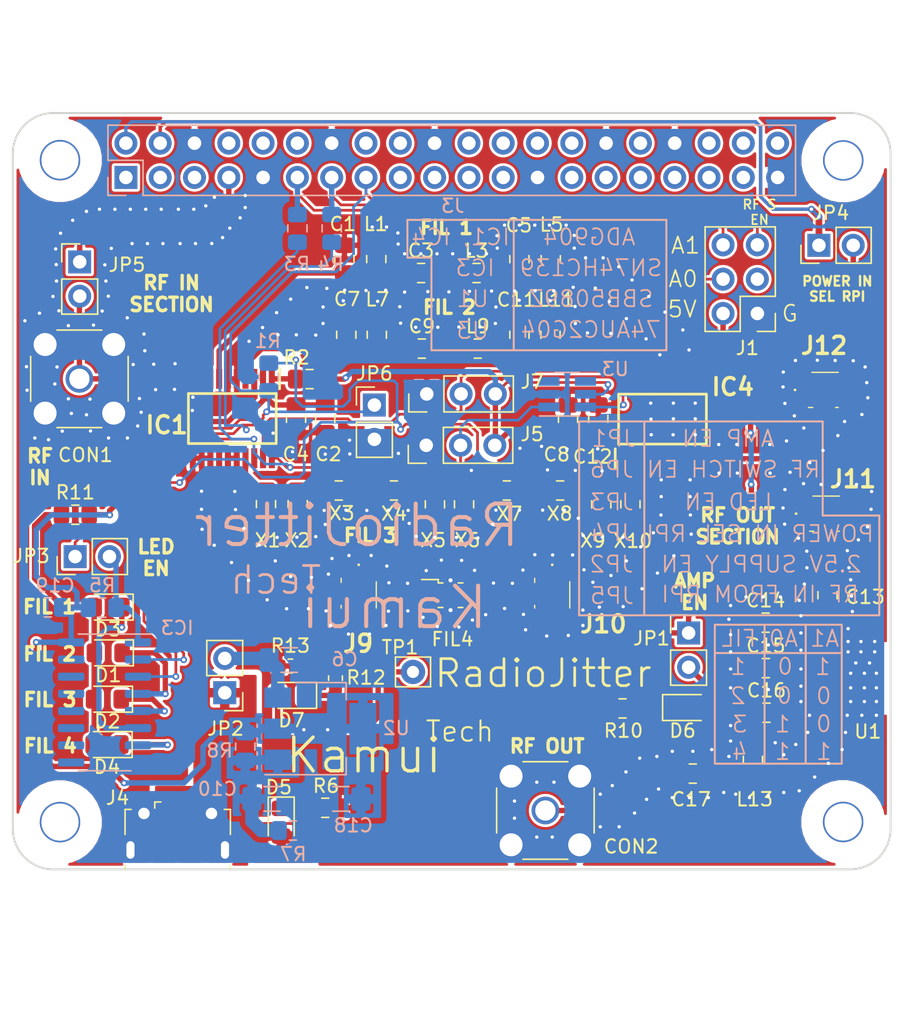
<source format=kicad_pcb>
(kicad_pcb (version 20171130) (host pcbnew "(5.1.4)-1")
  (layers (0 F.Cu signal) (1 In1.Cu signal hide) (2 In2.Cu signal hide) (31 B.Cu signal) (34 B.Paste user hide) (35 F.Paste user hide) (36 B.SilkS user) (37 F.SilkS user) (38 B.Mask user) (39 F.Mask user) (44 Edge.Cuts user))
  (net 0 "")
  (net 1 GND)
  (net 2 "Net-(J3-Pad3)")
  (net 3 "Net-(J3-Pad5)")
  (net 4 "Net-(J3-Pad8)")
  (net 5 "Net-(J3-Pad10)")
  (net 6 "Net-(J3-Pad12)")
  (net 7 "Net-(J3-Pad16)")
  (net 8 "Net-(J3-Pad18)")
  (net 9 "Net-(J3-Pad21)")
  (net 10 "Net-(J3-Pad22)")
  (net 11 "Net-(J3-Pad24)")
  (net 12 "Net-(J3-Pad26)")
  (net 13 "Net-(J3-Pad29)")
  (net 14 "Net-(J3-Pad31)")
  (net 15 "Net-(J3-Pad32)")
  (net 16 "Net-(J3-Pad33)")
  (net 17 "Net-(J3-Pad35)")
  (net 18 "Net-(J3-Pad36)")
  (net 19 "Net-(J3-Pad37)")
  (net 20 "Net-(J3-Pad38)")
  (net 21 "Net-(J3-Pad40)")
  (net 22 +5V)
  (net 23 RF_SWITCH_PWR)
  (net 24 "Net-(C3-Pad2)")
  (net 25 "Net-(C9-Pad2)")
  (net 26 "Net-(C13-Pad2)")
  (net 27 "Net-(C14-Pad1)")
  (net 28 "Net-(C17-Pad2)")
  (net 29 "Net-(C17-Pad1)")
  (net 30 SEL_RF1)
  (net 31 SEL_RF2)
  (net 32 SEL_RF3)
  (net 33 SEL_RF4)
  (net 34 "Net-(D5-Pad1)")
  (net 35 "Net-(D6-Pad1)")
  (net 36 "Net-(J4-Pad3)")
  (net 37 "Net-(J4-Pad4)")
  (net 38 "Net-(J4-Pad2)")
  (net 39 "Net-(IC3-Pad15)")
  (net 40 "Net-(IC3-Pad14)")
  (net 41 "Net-(IC3-Pad13)")
  (net 42 "Net-(IC3-Pad12)")
  (net 43 "Net-(IC3-Pad11)")
  (net 44 "Net-(IC3-Pad10)")
  (net 45 "Net-(IC3-Pad9)")
  (net 46 "Net-(J3-Pad1)")
  (net 47 "Net-(J3-Pad27)")
  (net 48 "Net-(J3-Pad28)")
  (net 49 "Net-(X3-Pad2)")
  (net 50 "Net-(X4-Pad2)")
  (net 51 "Net-(X7-Pad2)")
  (net 52 FIL_IN_1)
  (net 53 FIL_OUT_1)
  (net 54 FIL_IN_2)
  (net 55 "Net-(C10-Pad1)")
  (net 56 FIL_OUT_2)
  (net 57 "Net-(C13-Pad1)")
  (net 58 "Net-(CON1-Pad1)")
  (net 59 FIL_OUT_4)
  (net 60 FIL_IN_4)
  (net 61 RF_SWITCH_EN)
  (net 62 RPI_RF_OUT)
  (net 63 "Net-(J3-Pad2)")
  (net 64 FIL_IN_3)
  (net 65 FIL_OUT_3)
  (net 66 "Net-(IC4-Pad10)")
  (net 67 "Net-(C6-Pad1)")
  (net 68 "Net-(D1-Pad2)")
  (net 69 "Net-(D7-Pad1)")
  (net 70 RF_SWITCH_EN_STATUS)
  (net 71 A1_JMP)
  (net 72 A0_JMP)
  (net 73 "Net-(IC3-Pad1)")
  (net 74 "Net-(IC4-Pad20)")
  (net 75 A0_RPI)
  (net 76 A1_RPI)
  (net 77 "Net-(J3-Pad23)")
  (net 78 "Net-(J3-Pad19)")
  (net 79 "Net-(J3-Pad17)")
  (net 80 "Net-(J1-Pad3)")
  (module Connector_Pin:Pin_D0.9mm_L10.0mm_W2.4mm_FlatFork (layer F.Cu) (at 108.18 102.2)
    (fp_text reference TP1 (at -0.96 -1.82) (layer F.SilkS))
    (fp_text value TestPoint)
    (pad 1 thru_hole circle (at 0 0) (size 1.8 1.8) (drill 0.9) (layers *.Cu *.Mask) (net 23 RF_SWITCH_PWR))
  )
  (module Connector_PinHeader_2.54mm:PinHeader_2x03_P2.54mm_Vertical (layer F.Cu) (at 133.68 75.66 180)
    (fp_text reference J1 (at 0.74 -2.56) (layer F.SilkS))
    (fp_text value Conn_02x03_Odd_Even)
    (pad 6 thru_hole oval (at 2.54 5.08 180) (size 1.7 1.7) (drill 1) (layers *.Cu *.Mask) (net 76 A1_RPI))
    (pad 5 thru_hole oval (at 0 5.08 180) (size 1.7 1.7) (drill 1) (layers *.Cu *.Mask) (net 61 RF_SWITCH_EN))
    (pad 4 thru_hole oval (at 2.54 2.54 180) (size 1.7 1.7) (drill 1) (layers *.Cu *.Mask) (net 75 A0_RPI))
    (pad 3 thru_hole oval (at 0 2.54 180) (size 1.7 1.7) (drill 1) (layers *.Cu *.Mask) (net 80 "Net-(J1-Pad3)"))
    (pad 2 thru_hole oval (at 2.54 0 180) (size 1.7 1.7) (drill 1) (layers *.Cu *.Mask) (net 22 +5V))
    (pad 1 thru_hole rect (at 0 0 180) (size 1.7 1.7) (drill 1) (layers *.Cu *.Mask) (net 1 GND))
  )
  (module Package_TO_SOT_SMD:SOT-23-6_Handsoldering (layer B.Cu) (at 119.6 81.64)
    (fp_text reference U3 (at 3.56 -1.86) (layer B.SilkS) (effects (justify mirror)))
    (fp_text value 74AUC2G04)
    (pad 5 smd rect (at 1.35 0) (size 1.56 0.65) (layers B.Cu B.Paste B.Mask) (net 23 RF_SWITCH_PWR))
    (pad 6 smd rect (at 1.35 0.95) (size 1.56 0.65) (layers B.Cu B.Paste B.Mask) (net 74 "Net-(IC4-Pad20)"))
    (pad 4 smd rect (at 1.35 -0.95) (size 1.56 0.65) (layers B.Cu B.Paste B.Mask))
    (pad 3 smd rect (at -1.35 -0.95) (size 1.56 0.65) (layers B.Cu B.Paste B.Mask))
    (pad 2 smd rect (at -1.35 0) (size 1.56 0.65) (layers B.Cu B.Paste B.Mask) (net 1 GND))
    (pad 1 smd rect (at -1.35 0.95) (size 1.56 0.65) (layers B.Cu B.Paste B.Mask) (net 72 A0_JMP))
  )
  (module Resistor_SMD:R_0603_1608Metric (layer F.Cu) (at 99.1 101.76)
    (fp_text reference R13 (at 0 -1.5 180) (layer F.SilkS))
    (fp_text value DNP)
    (pad 2 smd roundrect (at 0.7875 0) (size 0.875 0.95) (layers F.Cu F.Paste F.Mask) (net 69 "Net-(D7-Pad1)"))
    (pad 1 smd roundrect (at -0.7875 0) (size 0.875 0.95) (layers F.Cu F.Paste F.Mask) (net 1 GND))
  )
  (module Resistor_SMD:R_0603_1608Metric (layer F.Cu) (at 102.44 102.66 270)
    (fp_text reference R12 (at -0.04 -2.26) (layer F.SilkS))
    (fp_text value DNP)
    (pad 2 smd roundrect (at 0.7875 0 270) (size 0.875 0.95) (layers F.Cu F.Paste F.Mask) (net 69 "Net-(D7-Pad1)"))
    (pad 1 smd roundrect (at -0.7875 0 270) (size 0.875 0.95) (layers F.Cu F.Paste F.Mask) (net 70 RF_SWITCH_EN_STATUS))
  )
  (module Capacitor_SMD:C_0805_2012Metric_Pad1.15x1.40mm_HandSolder (layer F.Cu) (at 103.1 71.635 90)
    (fp_text reference C1 (at 2.595 -0.12 180) (layer F.SilkS))
    (fp_text value 62pF)
    (pad 2 smd roundrect (at 1.025 0 90) (size 1.15 1.4) (layers F.Cu F.Paste F.Mask) (roundrect_rratio 0.217391) (net 1 GND))
    (pad 1 smd roundrect (at -1.025 0 90) (size 1.15 1.4) (layers F.Cu F.Paste F.Mask) (roundrect_rratio 0.217391) (net 52 FIL_IN_1))
  )
  (module SamacSys_Parts:UFLRSMT10 (layer F.Cu) (at 118.49 96.52 270)
    (fp_text reference J10 (at 2.14 -3.79 180) (layer F.SilkS) (effects (font (size 1.27 1.27) (thickness 0.254))))
    (fp_text value "U.FL-R-SMT(10)" hide)
    (pad 1 smd rect (at -1.475 0 270) (size 1.05 2.2) (layers F.Cu F.Paste F.Mask) (net 1 GND))
    (pad 2 smd rect (at 1.475 0 270) (size 1.05 2.2) (layers F.Cu F.Paste F.Mask) (net 1 GND))
    (pad 3 smd rect (at 0 1.525 270) (size 1 1.05) (layers F.Cu F.Paste F.Mask) (net 59 FIL_OUT_4))
  )
  (module SamacSys_Parts:SOP65P640X120-20N (layer F.Cu) (at 126.655 83.482 90)
    (fp_text reference IC4 (at 2.382 5.205 180) (layer F.SilkS) (effects (font (size 1.27 1.27) (thickness 0.254))))
    (fp_text value ADG904BRUZ-R hide)
    (pad 1 smd rect (at -2.938 -2.925 180) (size 0.45 1.475) (layers F.Cu F.Paste F.Mask) (net 70 RF_SWITCH_EN_STATUS))
    (pad 2 smd rect (at -2.938 -2.275 180) (size 0.45 1.475) (layers F.Cu F.Paste F.Mask) (net 23 RF_SWITCH_PWR))
    (pad 3 smd rect (at -2.938 -1.625 180) (size 0.45 1.475) (layers F.Cu F.Paste F.Mask) (net 1 GND))
    (pad 4 smd rect (at -2.938 -0.975 180) (size 0.45 1.475) (layers F.Cu F.Paste F.Mask) (net 65 FIL_OUT_3))
    (pad 5 smd rect (at -2.938 -0.325 180) (size 0.45 1.475) (layers F.Cu F.Paste F.Mask) (net 1 GND))
    (pad 6 smd rect (at -2.938 0.325 180) (size 0.45 1.475) (layers F.Cu F.Paste F.Mask) (net 1 GND))
    (pad 7 smd rect (at -2.938 0.975 180) (size 0.45 1.475) (layers F.Cu F.Paste F.Mask) (net 59 FIL_OUT_4))
    (pad 8 smd rect (at -2.938 1.625 180) (size 0.45 1.475) (layers F.Cu F.Paste F.Mask) (net 1 GND))
    (pad 9 smd rect (at -2.938 2.275 180) (size 0.45 1.475) (layers F.Cu F.Paste F.Mask) (net 1 GND))
    (pad 10 smd rect (at -2.938 2.925 180) (size 0.45 1.475) (layers F.Cu F.Paste F.Mask) (net 66 "Net-(IC4-Pad10)"))
    (pad 11 smd rect (at 2.938 2.925 180) (size 0.45 1.475) (layers F.Cu F.Paste F.Mask) (net 1 GND))
    (pad 12 smd rect (at 2.938 2.275 180) (size 0.45 1.475) (layers F.Cu F.Paste F.Mask) (net 1 GND))
    (pad 13 smd rect (at 2.938 1.625 180) (size 0.45 1.475) (layers F.Cu F.Paste F.Mask) (net 1 GND))
    (pad 14 smd rect (at 2.938 0.975 180) (size 0.45 1.475) (layers F.Cu F.Paste F.Mask) (net 53 FIL_OUT_1))
    (pad 15 smd rect (at 2.938 0.325 180) (size 0.45 1.475) (layers F.Cu F.Paste F.Mask) (net 1 GND))
    (pad 16 smd rect (at 2.938 -0.325 180) (size 0.45 1.475) (layers F.Cu F.Paste F.Mask) (net 1 GND))
    (pad 17 smd rect (at 2.938 -0.975 180) (size 0.45 1.475) (layers F.Cu F.Paste F.Mask) (net 56 FIL_OUT_2))
    (pad 18 smd rect (at 2.938 -1.625 180) (size 0.45 1.475) (layers F.Cu F.Paste F.Mask) (net 1 GND))
    (pad 19 smd rect (at 2.938 -2.275 180) (size 0.45 1.475) (layers F.Cu F.Paste F.Mask) (net 71 A1_JMP))
    (pad 20 smd rect (at 2.938 -2.925 180) (size 0.45 1.475) (layers F.Cu F.Paste F.Mask) (net 74 "Net-(IC4-Pad20)"))
  )
  (module SamacSys_Parts:SOP65P640X120-20N (layer F.Cu) (at 94.8 83.44 270)
    (fp_text reference IC1 (at 0.48 4.86 180) (layer F.SilkS) (effects (font (size 1.27 1.27) (thickness 0.254))))
    (fp_text value ADG904BRUZ-R hide)
    (pad 1 smd rect (at -2.938 -2.925) (size 0.45 1.475) (layers F.Cu F.Paste F.Mask) (net 70 RF_SWITCH_EN_STATUS))
    (pad 2 smd rect (at -2.938 -2.275) (size 0.45 1.475) (layers F.Cu F.Paste F.Mask) (net 23 RF_SWITCH_PWR))
    (pad 3 smd rect (at -2.938 -1.625) (size 0.45 1.475) (layers F.Cu F.Paste F.Mask) (net 1 GND))
    (pad 4 smd rect (at -2.938 -0.975) (size 0.45 1.475) (layers F.Cu F.Paste F.Mask) (net 54 FIL_IN_2))
    (pad 5 smd rect (at -2.938 -0.325) (size 0.45 1.475) (layers F.Cu F.Paste F.Mask) (net 1 GND))
    (pad 6 smd rect (at -2.938 0.325) (size 0.45 1.475) (layers F.Cu F.Paste F.Mask) (net 1 GND))
    (pad 7 smd rect (at -2.938 0.975) (size 0.45 1.475) (layers F.Cu F.Paste F.Mask) (net 52 FIL_IN_1))
    (pad 8 smd rect (at -2.938 1.625) (size 0.45 1.475) (layers F.Cu F.Paste F.Mask) (net 1 GND))
    (pad 9 smd rect (at -2.938 2.275) (size 0.45 1.475) (layers F.Cu F.Paste F.Mask) (net 1 GND))
    (pad 10 smd rect (at -2.938 2.925) (size 0.45 1.475) (layers F.Cu F.Paste F.Mask) (net 58 "Net-(CON1-Pad1)"))
    (pad 11 smd rect (at 2.938 2.925) (size 0.45 1.475) (layers F.Cu F.Paste F.Mask) (net 1 GND))
    (pad 12 smd rect (at 2.938 2.275) (size 0.45 1.475) (layers F.Cu F.Paste F.Mask) (net 1 GND))
    (pad 13 smd rect (at 2.938 1.625) (size 0.45 1.475) (layers F.Cu F.Paste F.Mask) (net 1 GND))
    (pad 14 smd rect (at 2.938 0.975) (size 0.45 1.475) (layers F.Cu F.Paste F.Mask) (net 60 FIL_IN_4))
    (pad 15 smd rect (at 2.938 0.325) (size 0.45 1.475) (layers F.Cu F.Paste F.Mask) (net 1 GND))
    (pad 16 smd rect (at 2.938 -0.325) (size 0.45 1.475) (layers F.Cu F.Paste F.Mask) (net 1 GND))
    (pad 17 smd rect (at 2.938 -0.975) (size 0.45 1.475) (layers F.Cu F.Paste F.Mask) (net 64 FIL_IN_3))
    (pad 18 smd rect (at 2.938 -1.625) (size 0.45 1.475) (layers F.Cu F.Paste F.Mask) (net 1 GND))
    (pad 19 smd rect (at 2.938 -2.275) (size 0.45 1.475) (layers F.Cu F.Paste F.Mask) (net 71 A1_JMP))
    (pad 20 smd rect (at 2.938 -2.925) (size 0.45 1.475) (layers F.Cu F.Paste F.Mask) (net 72 A0_JMP))
  )
  (module SamacSys_Parts:UFLRSMT10 (layer F.Cu) (at 138.72 81.32)
    (fp_text reference J12 (at -0.1 -3.28) (layer F.SilkS) (effects (font (size 1.27 1.27) (thickness 0.254))))
    (fp_text value "U.FL-R-SMT(10)" hide)
    (pad 1 smd rect (at -1.475 0) (size 1.05 2.2) (layers F.Cu F.Paste F.Mask) (net 1 GND))
    (pad 2 smd rect (at 1.475 0) (size 1.05 2.2) (layers F.Cu F.Paste F.Mask) (net 1 GND))
    (pad 3 smd rect (at 0 1.525) (size 1 1.05) (layers F.Cu F.Paste F.Mask) (net 66 "Net-(IC4-Pad10)"))
  )
  (module SamacSys_Parts:UFLRSMT10 (layer F.Cu) (at 138.8 90.48)
    (fp_text reference J11 (at 1.96 -2.56) (layer F.SilkS) (effects (font (size 1.27 1.27) (thickness 0.254))))
    (fp_text value "U.FL-R-SMT(10)" hide)
    (pad 1 smd rect (at -1.475 0) (size 1.05 2.2) (layers F.Cu F.Paste F.Mask) (net 1 GND))
    (pad 2 smd rect (at 1.475 0) (size 1.05 2.2) (layers F.Cu F.Paste F.Mask) (net 1 GND))
    (pad 3 smd rect (at 0 1.525) (size 1 1.05) (layers F.Cu F.Paste F.Mask) (net 57 "Net-(C13-Pad1)"))
  )
  (module SamacSys_Parts:UFLRSMT10 (layer F.Cu) (at 104.16 96.52 270)
    (fp_text reference J9 (at 3.58 0.04 180) (layer F.SilkS) (effects (font (size 1.27 1.27) (thickness 0.254))))
    (fp_text value "U.FL-R-SMT(10)" hide)
    (pad 1 smd rect (at -1.475 0 270) (size 1.05 2.2) (layers F.Cu F.Paste F.Mask) (net 1 GND))
    (pad 2 smd rect (at 1.475 0 270) (size 1.05 2.2) (layers F.Cu F.Paste F.Mask) (net 1 GND))
    (pad 3 smd rect (at 0 1.525 270) (size 1 1.05) (layers F.Cu F.Paste F.Mask) (net 60 FIL_IN_4))
  )
  (module Package_TO_SOT_SMD:SOT-223-3_TabPin2 (layer B.Cu) (at 101.32 106.4)
    (fp_text reference U2 (at 5.62 -0.04) (layer B.SilkS) (effects (justify mirror)))
    (fp_text value LM1117-ADJ)
    (pad 1 smd rect (at -3.15 2.3) (size 2 1.5) (layers B.Cu B.Paste B.Mask) (net 55 "Net-(C10-Pad1)"))
    (pad 3 smd rect (at -3.15 -2.3) (size 2 1.5) (layers B.Cu B.Paste B.Mask) (net 67 "Net-(C6-Pad1)"))
    (pad 2 smd rect (at -3.15 0) (size 2 1.5) (layers B.Cu B.Paste B.Mask) (net 23 RF_SWITCH_PWR))
    (pad 2 smd rect (at 3.15 0) (size 2 3.8) (layers B.Cu B.Paste B.Mask) (net 23 RF_SWITCH_PWR))
  )
  (module Resistor_SMD:R_0805_2012Metric_Pad1.15x1.40mm_HandSolder (layer B.Cu) (at 95.76 107.725 270)
    (fp_text reference R8 (at 0.295 1.9 180) (layer B.SilkS) (effects (justify mirror)))
    (fp_text value 120)
    (pad 2 smd roundrect (at 1.025 0 270) (size 1.15 1.4) (layers B.Cu B.Paste B.Mask) (roundrect_rratio 0.217391) (net 55 "Net-(C10-Pad1)"))
    (pad 1 smd roundrect (at -1.025 0 270) (size 1.15 1.4) (layers B.Cu B.Paste B.Mask) (roundrect_rratio 0.217391) (net 23 RF_SWITCH_PWR))
  )
  (module Resistor_SMD:R_0805_2012Metric_Pad1.15x1.40mm_HandSolder (layer B.Cu) (at 99.285 113.94 180)
    (fp_text reference R7 (at -0.035 -1.76) (layer B.SilkS) (effects (justify mirror)))
    (fp_text value 120)
    (pad 2 smd roundrect (at 1.025 0 180) (size 1.15 1.4) (layers B.Cu B.Paste B.Mask) (roundrect_rratio 0.217391) (net 55 "Net-(C10-Pad1)"))
    (pad 1 smd roundrect (at -1.025 0 180) (size 1.15 1.4) (layers B.Cu B.Paste B.Mask) (roundrect_rratio 0.217391) (net 1 GND))
  )
  (module Resistor_SMD:R_0805_2012Metric_Pad1.15x1.40mm_HandSolder (layer B.Cu) (at 85.165 97.44 180)
    (fp_text reference R5 (at 0 1.65) (layer B.SilkS) (effects (justify mirror)))
    (fp_text value 10K)
    (pad 2 smd roundrect (at 1.025 0 180) (size 1.15 1.4) (layers B.Cu B.Paste B.Mask) (roundrect_rratio 0.217391) (net 23 RF_SWITCH_PWR))
    (pad 1 smd roundrect (at -1.025 0 180) (size 1.15 1.4) (layers B.Cu B.Paste B.Mask) (roundrect_rratio 0.217391) (net 73 "Net-(IC3-Pad1)"))
  )
  (module Resistor_SMD:R_0805_2012Metric_Pad1.15x1.40mm_HandSolder (layer B.Cu) (at 102.16 69.36 270)
    (fp_text reference R4 (at 2.64 0.08 180) (layer B.SilkS) (effects (justify mirror)))
    (fp_text value 330)
    (pad 2 smd roundrect (at 1.025 0 270) (size 1.15 1.4) (layers B.Cu B.Paste B.Mask) (roundrect_rratio 0.217391) (net 71 A1_JMP))
    (pad 1 smd roundrect (at -1.025 0 270) (size 1.15 1.4) (layers B.Cu B.Paste B.Mask) (roundrect_rratio 0.217391) (net 76 A1_RPI))
  )
  (module Resistor_SMD:R_0805_2012Metric_Pad1.15x1.40mm_HandSolder (layer B.Cu) (at 99.62 69.36 270)
    (fp_text reference R3 (at 2.64 0.04 180) (layer B.SilkS) (effects (justify mirror)))
    (fp_text value 330)
    (pad 2 smd roundrect (at 1.025 0 270) (size 1.15 1.4) (layers B.Cu B.Paste B.Mask) (roundrect_rratio 0.217391) (net 72 A0_JMP))
    (pad 1 smd roundrect (at -1.025 0 270) (size 1.15 1.4) (layers B.Cu B.Paste B.Mask) (roundrect_rratio 0.217391) (net 75 A0_RPI))
  )
  (module Resistor_SMD:R_0805_2012Metric_Pad1.15x1.40mm_HandSolder (layer F.Cu) (at 100.52 80.52 180)
    (fp_text reference R2 (at 0.96 1.6 180) (layer F.SilkS))
    (fp_text value 10K)
    (pad 2 smd roundrect (at 1.025 0 180) (size 1.15 1.4) (layers F.Cu F.Paste F.Mask) (roundrect_rratio 0.217391) (net 70 RF_SWITCH_EN_STATUS))
    (pad 1 smd roundrect (at -1.025 0 180) (size 1.15 1.4) (layers F.Cu F.Paste F.Mask) (roundrect_rratio 0.217391) (net 23 RF_SWITCH_PWR))
  )
  (module Resistor_SMD:R_0805_2012Metric_Pad1.15x1.40mm_HandSolder (layer B.Cu) (at 97.5 80.36 270)
    (fp_text reference R1 (at -2.66 0.08) (layer B.SilkS) (effects (justify mirror)))
    (fp_text value 330)
    (pad 2 smd roundrect (at 1.025 0 270) (size 1.15 1.4) (layers B.Cu B.Paste B.Mask) (roundrect_rratio 0.217391) (net 61 RF_SWITCH_EN))
    (pad 1 smd roundrect (at -1.025 0 270) (size 1.15 1.4) (layers B.Cu B.Paste B.Mask) (roundrect_rratio 0.217391) (net 70 RF_SWITCH_EN_STATUS))
  )
  (module Connector_PinHeader_2.54mm:PinHeader_1x02_P2.54mm_Vertical (layer F.Cu) (at 105.32 82.44)
    (fp_text reference JP6 (at 0 -2.33) (layer F.SilkS))
    (fp_text value Jumper)
    (pad 2 thru_hole oval (at 0 2.54) (size 1.7 1.7) (drill 1) (layers *.Cu *.Mask) (net 1 GND))
    (pad 1 thru_hole rect (at 0 0) (size 1.7 1.7) (drill 1) (layers *.Cu *.Mask) (net 61 RF_SWITCH_EN))
  )
  (module Connector_PinHeader_2.54mm:PinHeader_1x02_P2.54mm_Vertical (layer F.Cu) (at 83.5 71.84)
    (fp_text reference JP5 (at 3.5 0.22) (layer F.SilkS))
    (fp_text value Jumper)
    (pad 2 thru_hole oval (at 0 2.54) (size 1.7 1.7) (drill 1) (layers *.Cu *.Mask) (net 58 "Net-(CON1-Pad1)"))
    (pad 1 thru_hole rect (at 0 0) (size 1.7 1.7) (drill 1) (layers *.Cu *.Mask) (net 62 RPI_RF_OUT))
  )
  (module Filter:Filter_Mini-Circuits_FV1206 (layer F.Cu) (at 110.96 96.52)
    (fp_text reference FIL4 (at 0.14 3.26) (layer F.SilkS))
    (fp_text value LFCN-180)
    (pad 4 thru_hole circle (at 0 -1.105) (size 0.61 0.61) (drill 0.3) (layers *.Cu *.Mask) (net 1 GND))
    (pad 2 thru_hole circle (at 0 1.105) (size 0.61 0.61) (drill 0.3) (layers *.Cu *.Mask) (net 1 GND))
    (pad 4 smd roundrect (at 0 -0.9275) (size 0.61 1.245) (layers F.Cu F.Paste F.Mask) (net 1 GND))
    (pad 2 smd roundrect (at 0 0.9275) (size 0.61 1.245) (layers F.Cu F.Paste F.Mask) (net 1 GND))
    (pad 3 smd roundrect (at 1.625 0) (size 1.04 1.8) (layers F.Cu F.Paste F.Mask) (roundrect_rratio 0.24) (net 59 FIL_OUT_4))
    (pad 1 smd roundrect (at -1.625 0) (size 1.04 1.8) (layers F.Cu F.Paste F.Mask) (roundrect_rratio 0.24) (net 60 FIL_IN_4))
  )
  (module Capacitor_SMD:C_1206_3216Metric_Pad1.42x1.75mm_HandSolder (layer B.Cu) (at 102.84 111.6 180)
    (fp_text reference C18 (at -0.92 -1.96) (layer B.SilkS) (effects (justify mirror)))
    (fp_text value 22uF)
    (pad 2 smd roundrect (at 1.4875 0 180) (size 1.425 1.75) (layers B.Cu B.Paste B.Mask) (roundrect_rratio 0.175439) (net 1 GND))
    (pad 1 smd roundrect (at -1.4875 0 180) (size 1.425 1.75) (layers B.Cu B.Paste B.Mask) (roundrect_rratio 0.175439) (net 23 RF_SWITCH_PWR))
  )
  (module Capacitor_SMD:C_0805_2012Metric_Pad1.15x1.40mm_HandSolder (layer F.Cu) (at 121.9 83.46 90)
    (fp_text reference C12 (at -2.8 -0.42 180) (layer F.SilkS))
    (fp_text value 0.1uF)
    (pad 2 smd roundrect (at 1.025 0 90) (size 1.15 1.4) (layers F.Cu F.Paste F.Mask) (roundrect_rratio 0.217391) (net 1 GND))
    (pad 1 smd roundrect (at -1.025 0 90) (size 1.15 1.4) (layers F.Cu F.Paste F.Mask) (roundrect_rratio 0.217391) (net 23 RF_SWITCH_PWR))
  )
  (module Capacitor_SMD:C_1206_3216Metric_Pad1.42x1.75mm_HandSolder (layer B.Cu) (at 97.74 111.6)
    (fp_text reference C10 (at -4.04 -0.74) (layer B.SilkS) (effects (justify mirror)))
    (fp_text value 22uF)
    (pad 2 smd roundrect (at 1.4875 0) (size 1.425 1.75) (layers B.Cu B.Paste B.Mask) (roundrect_rratio 0.175439) (net 1 GND))
    (pad 1 smd roundrect (at -1.4875 0) (size 1.425 1.75) (layers B.Cu B.Paste B.Mask) (roundrect_rratio 0.175439) (net 55 "Net-(C10-Pad1)"))
  )
  (module Capacitor_SMD:C_0805_2012Metric_Pad1.15x1.40mm_HandSolder (layer F.Cu) (at 119.66 83.46 90)
    (fp_text reference C8 (at -2.64 -0.84 180) (layer F.SilkS))
    (fp_text value 10uF)
    (pad 2 smd roundrect (at 1.025 0 90) (size 1.15 1.4) (layers F.Cu F.Paste F.Mask) (roundrect_rratio 0.217391) (net 1 GND))
    (pad 1 smd roundrect (at -1.025 0 90) (size 1.15 1.4) (layers F.Cu F.Paste F.Mask) (roundrect_rratio 0.217391) (net 23 RF_SWITCH_PWR))
  )
  (module Capacitor_SMD:C_1206_3216Metric_Pad1.42x1.75mm_HandSolder (layer B.Cu) (at 99.0125 101.32)
    (fp_text reference C6 (at 4.1075 -0.06) (layer B.SilkS) (effects (justify mirror)))
    (fp_text value 10uF)
    (pad 2 smd roundrect (at 1.4875 0) (size 1.425 1.75) (layers B.Cu B.Paste B.Mask) (roundrect_rratio 0.175439) (net 1 GND))
    (pad 1 smd roundrect (at -1.4875 0) (size 1.425 1.75) (layers B.Cu B.Paste B.Mask) (roundrect_rratio 0.175439) (net 67 "Net-(C6-Pad1)"))
  )
  (module Capacitor_SMD:C_0805_2012Metric_Pad1.15x1.40mm_HandSolder (layer F.Cu) (at 99.52 83.46 270)
    (fp_text reference C4 (at 2.62 0.02 180) (layer F.SilkS))
    (fp_text value 0.1uF)
    (pad 2 smd roundrect (at 1.025 0 270) (size 1.15 1.4) (layers F.Cu F.Paste F.Mask) (roundrect_rratio 0.217391) (net 1 GND))
    (pad 1 smd roundrect (at -1.025 0 270) (size 1.15 1.4) (layers F.Cu F.Paste F.Mask) (roundrect_rratio 0.217391) (net 23 RF_SWITCH_PWR))
  )
  (module Capacitor_SMD:C_0805_2012Metric_Pad1.15x1.40mm_HandSolder (layer F.Cu) (at 101.68 83.46 270)
    (fp_text reference C2 (at 2.62 -0.24 180) (layer F.SilkS))
    (fp_text value 10uF)
    (pad 2 smd roundrect (at 1.025 0 270) (size 1.15 1.4) (layers F.Cu F.Paste F.Mask) (roundrect_rratio 0.217391) (net 1 GND))
    (pad 1 smd roundrect (at -1.025 0 270) (size 1.15 1.4) (layers F.Cu F.Paste F.Mask) (roundrect_rratio 0.217391) (net 23 RF_SWITCH_PWR))
  )
  (module Inductor_SMD:L_0805_2012Metric_Pad1.15x1.40mm_HandSolder (layer F.Cu) (at 124.281 89.792 270)
    (fp_text reference X10 (at 2.708 -0.179 180) (layer F.SilkS))
    (fp_text value L)
    (pad 2 smd roundrect (at 1.025 0 270) (size 1.15 1.4) (layers F.Cu F.Paste F.Mask) (roundrect_rratio 0.217391) (net 1 GND))
    (pad 1 smd roundrect (at -1.025 0 270) (size 1.15 1.4) (layers F.Cu F.Paste F.Mask) (roundrect_rratio 0.217391) (net 65 FIL_OUT_3))
  )
  (module Inductor_SMD:L_0805_2012Metric_Pad1.15x1.40mm_HandSolder (layer F.Cu) (at 119.074 88.767)
    (fp_text reference X8 (at -0.034 1.713) (layer F.SilkS))
    (fp_text value L)
    (pad 2 smd roundrect (at 1.025 0) (size 1.15 1.4) (layers F.Cu F.Paste F.Mask) (roundrect_rratio 0.217391) (net 65 FIL_OUT_3))
    (pad 1 smd roundrect (at -1.025 0) (size 1.15 1.4) (layers F.Cu F.Paste F.Mask) (roundrect_rratio 0.217391) (net 51 "Net-(X7-Pad2)"))
  )
  (module Capacitor_SMD:C_0805_2012Metric_Pad1.15x1.40mm_HandSolder (layer F.Cu) (at 122.122 89.792 270)
    (fp_text reference X9 (at 2.688 0.622 180) (layer F.SilkS))
    (fp_text value C)
    (pad 2 smd roundrect (at 1.025 0 270) (size 1.15 1.4) (layers F.Cu F.Paste F.Mask) (roundrect_rratio 0.217391) (net 1 GND))
    (pad 1 smd roundrect (at -1.025 0 270) (size 1.15 1.4) (layers F.Cu F.Paste F.Mask) (roundrect_rratio 0.217391) (net 65 FIL_OUT_3))
  )
  (module Capacitor_SMD:C_0805_2012Metric_Pad1.15x1.40mm_HandSolder (layer F.Cu) (at 115.128 88.767)
    (fp_text reference X7 (at 0.192 1.733) (layer F.SilkS))
    (fp_text value C)
    (pad 2 smd roundrect (at 1.025 0) (size 1.15 1.4) (layers F.Cu F.Paste F.Mask) (roundrect_rratio 0.217391) (net 51 "Net-(X7-Pad2)"))
    (pad 1 smd roundrect (at -1.025 0) (size 1.15 1.4) (layers F.Cu F.Paste F.Mask) (roundrect_rratio 0.217391) (net 50 "Net-(X4-Pad2)"))
  )
  (module Capacitor_SMD:C_0805_2012Metric_Pad1.15x1.40mm_HandSolder (layer F.Cu) (at 134.357 105.2195)
    (fp_text reference C16 (at 0 -1.65) (layer F.SilkS))
    (fp_text value 68pF)
    (pad 2 smd roundrect (at 1.025 0) (size 1.15 1.4) (layers F.Cu F.Paste F.Mask) (roundrect_rratio 0.217391) (net 1 GND))
    (pad 1 smd roundrect (at -1.025 0) (size 1.15 1.4) (layers F.Cu F.Paste F.Mask) (roundrect_rratio 0.217391) (net 27 "Net-(C14-Pad1)"))
  )
  (module Connector_Coaxial:SMA_Amphenol_132291-12_Vertical (layer F.Cu) (at 117.983 112.4585 90)
    (fp_text reference CON2 (at -2.667 6.35 180) (layer F.SilkS))
    (fp_text value SMA-)
    (pad 2 thru_hole circle (at -2.54 2.54 90) (size 2.25 2.25) (drill 1.7) (layers *.Cu *.Mask) (net 1 GND))
    (pad 2 thru_hole circle (at -2.54 -2.54 90) (size 2.25 2.25) (drill 1.7) (layers *.Cu *.Mask) (net 1 GND))
    (pad 2 thru_hole circle (at 2.54 -2.54 90) (size 2.25 2.25) (drill 1.7) (layers *.Cu *.Mask) (net 1 GND))
    (pad 2 thru_hole circle (at 2.54 2.54 90) (size 2.25 2.25) (drill 1.7) (layers *.Cu *.Mask) (net 1 GND))
    (pad 1 thru_hole circle (at 0 0 90) (size 2.05 2.05) (drill 1.5) (layers *.Cu *.Mask) (net 28 "Net-(C17-Pad2)"))
  )
  (module Connector_Coaxial:SMA_Amphenol_132291-12_Vertical (layer F.Cu) (at 83.477 80.4985)
    (fp_text reference CON1 (at 0.443 5.6415) (layer F.SilkS))
    (fp_text value Sig_In)
    (pad 2 thru_hole circle (at -2.54 2.54) (size 2.25 2.25) (drill 1.7) (layers *.Cu *.Mask) (net 1 GND))
    (pad 2 thru_hole circle (at -2.54 -2.54) (size 2.25 2.25) (drill 1.7) (layers *.Cu *.Mask) (net 1 GND))
    (pad 2 thru_hole circle (at 2.54 -2.54) (size 2.25 2.25) (drill 1.7) (layers *.Cu *.Mask) (net 1 GND))
    (pad 2 thru_hole circle (at 2.54 2.54) (size 2.25 2.25) (drill 1.7) (layers *.Cu *.Mask) (net 1 GND))
    (pad 1 thru_hole circle (at 0 0) (size 2.05 2.05) (drill 1.5) (layers *.Cu *.Mask) (net 58 "Net-(CON1-Pad1)"))
  )
  (module Capacitor_SMD:C_0805_2012Metric_Pad1.15x1.40mm_HandSolder (layer B.Cu) (at 81.14 97.42 180)
    (fp_text reference C19 (at -0.54 1.62) (layer B.SilkS) (effects (justify mirror)))
    (fp_text value 0.1uF)
    (pad 2 smd roundrect (at 1.025 0 180) (size 1.15 1.4) (layers B.Cu B.Paste B.Mask) (roundrect_rratio 0.217391) (net 1 GND))
    (pad 1 smd roundrect (at -1.025 0 180) (size 1.15 1.4) (layers B.Cu B.Paste B.Mask) (roundrect_rratio 0.217391) (net 23 RF_SWITCH_PWR))
  )
  (module Capacitor_SMD:C_0805_2012Metric_Pad1.15x1.40mm_HandSolder (layer F.Cu) (at 128.896 109.728 180)
    (fp_text reference C17 (at 0.118 -1.905) (layer F.SilkS))
    (fp_text value 68pF)
    (pad 2 smd roundrect (at 1.025 0 180) (size 1.15 1.4) (layers F.Cu F.Paste F.Mask) (roundrect_rratio 0.217391) (net 28 "Net-(C17-Pad2)"))
    (pad 1 smd roundrect (at -1.025 0 180) (size 1.15 1.4) (layers F.Cu F.Paste F.Mask) (roundrect_rratio 0.217391) (net 29 "Net-(C17-Pad1)"))
  )
  (module Capacitor_SMD:C_0805_2012Metric_Pad1.15x1.40mm_HandSolder (layer F.Cu) (at 134.3115 101.9175)
    (fp_text reference C15 (at 0 -1.65) (layer F.SilkS))
    (fp_text value 1200pF)
    (pad 2 smd roundrect (at 1.025 0) (size 1.15 1.4) (layers F.Cu F.Paste F.Mask) (roundrect_rratio 0.217391) (net 1 GND))
    (pad 1 smd roundrect (at -1.025 0) (size 1.15 1.4) (layers F.Cu F.Paste F.Mask) (roundrect_rratio 0.217391) (net 27 "Net-(C14-Pad1)"))
  )
  (module Capacitor_SMD:C_0805_2012Metric_Pad1.15x1.40mm_HandSolder (layer F.Cu) (at 134.2935 98.552)
    (fp_text reference C14 (at 0 -1.65) (layer F.SilkS))
    (fp_text value 1uF)
    (pad 2 smd roundrect (at 1.025 0) (size 1.15 1.4) (layers F.Cu F.Paste F.Mask) (roundrect_rratio 0.217391) (net 1 GND))
    (pad 1 smd roundrect (at -1.025 0) (size 1.15 1.4) (layers F.Cu F.Paste F.Mask) (roundrect_rratio 0.217391) (net 27 "Net-(C14-Pad1)"))
  )
  (module Capacitor_SMD:C_0805_2012Metric_Pad1.15x1.40mm_HandSolder (layer F.Cu) (at 138.8745 96.52 270)
    (fp_text reference C13 (at 0.127 -2.794 180) (layer F.SilkS))
    (fp_text value 68pF)
    (pad 2 smd roundrect (at 1.025 0 270) (size 1.15 1.4) (layers F.Cu F.Paste F.Mask) (roundrect_rratio 0.217391) (net 26 "Net-(C13-Pad2)"))
    (pad 1 smd roundrect (at -1.025 0 270) (size 1.15 1.4) (layers F.Cu F.Paste F.Mask) (roundrect_rratio 0.217391) (net 57 "Net-(C13-Pad1)"))
  )
  (module Capacitor_SMD:C_0805_2012Metric_Pad1.15x1.40mm_HandSolder (layer F.Cu) (at 116.06 77.235 90)
    (fp_text reference C11 (at 2.595 -0.22 180) (layer F.SilkS))
    (fp_text value C)
    (pad 2 smd roundrect (at 1.025 0 90) (size 1.15 1.4) (layers F.Cu F.Paste F.Mask) (roundrect_rratio 0.217391) (net 1 GND))
    (pad 1 smd roundrect (at -1.025 0 90) (size 1.15 1.4) (layers F.Cu F.Paste F.Mask) (roundrect_rratio 0.217391) (net 56 FIL_OUT_2))
  )
  (module Capacitor_SMD:C_0805_2012Metric_Pad1.15x1.40mm_HandSolder (layer F.Cu) (at 108.835 78.26)
    (fp_text reference C9 (at 0 -1.65) (layer F.SilkS))
    (fp_text value C)
    (pad 2 smd roundrect (at 1.025 0) (size 1.15 1.4) (layers F.Cu F.Paste F.Mask) (roundrect_rratio 0.217391) (net 25 "Net-(C9-Pad2)"))
    (pad 1 smd roundrect (at -1.025 0) (size 1.15 1.4) (layers F.Cu F.Paste F.Mask) (roundrect_rratio 0.217391) (net 54 FIL_IN_2))
  )
  (module Capacitor_SMD:C_0805_2012Metric_Pad1.15x1.40mm_HandSolder (layer F.Cu) (at 103.24 77.235 90)
    (fp_text reference C7 (at 2.635 0.06 180) (layer F.SilkS))
    (fp_text value C)
    (pad 2 smd roundrect (at 1.025 0 90) (size 1.15 1.4) (layers F.Cu F.Paste F.Mask) (roundrect_rratio 0.217391) (net 1 GND))
    (pad 1 smd roundrect (at -1.025 0 90) (size 1.15 1.4) (layers F.Cu F.Paste F.Mask) (roundrect_rratio 0.217391) (net 54 FIL_IN_2))
  )
  (module Capacitor_SMD:C_0805_2012Metric_Pad1.15x1.40mm_HandSolder (layer F.Cu) (at 109.803 89.792 270)
    (fp_text reference X5 (at 2.658 0.127 180) (layer F.SilkS))
    (fp_text value C)
    (pad 2 smd roundrect (at 1.025 0 270) (size 1.15 1.4) (layers F.Cu F.Paste F.Mask) (roundrect_rratio 0.217391) (net 1 GND))
    (pad 1 smd roundrect (at -1.025 0 270) (size 1.15 1.4) (layers F.Cu F.Paste F.Mask) (roundrect_rratio 0.217391) (net 50 "Net-(X4-Pad2)"))
  )
  (module Capacitor_SMD:C_0805_2012Metric_Pad1.15x1.40mm_HandSolder (layer F.Cu) (at 116.06 71.64 90)
    (fp_text reference C5 (at 2.5 -0.04 180) (layer F.SilkS))
    (fp_text value 62pF)
    (pad 2 smd roundrect (at 1.025 0 90) (size 1.15 1.4) (layers F.Cu F.Paste F.Mask) (roundrect_rratio 0.217391) (net 1 GND))
    (pad 1 smd roundrect (at -1.025 0 90) (size 1.15 1.4) (layers F.Cu F.Paste F.Mask) (roundrect_rratio 0.217391) (net 53 FIL_OUT_1))
  )
  (module Capacitor_SMD:C_0805_2012Metric_Pad1.15x1.40mm_HandSolder (layer F.Cu) (at 102.682 88.767)
    (fp_text reference X3 (at 0.218 1.693) (layer F.SilkS))
    (fp_text value C)
    (pad 2 smd roundrect (at 1.025 0) (size 1.15 1.4) (layers F.Cu F.Paste F.Mask) (roundrect_rratio 0.217391) (net 49 "Net-(X3-Pad2)"))
    (pad 1 smd roundrect (at -1.025 0) (size 1.15 1.4) (layers F.Cu F.Paste F.Mask) (roundrect_rratio 0.217391) (net 64 FIL_IN_3))
  )
  (module Capacitor_SMD:C_0805_2012Metric_Pad1.15x1.40mm_HandSolder (layer F.Cu) (at 108.775 72.6655)
    (fp_text reference C3 (at 0 -1.65) (layer F.SilkS))
    (fp_text value 3.3pF)
    (pad 2 smd roundrect (at 1.025 0) (size 1.15 1.4) (layers F.Cu F.Paste F.Mask) (roundrect_rratio 0.217391) (net 24 "Net-(C3-Pad2)"))
    (pad 1 smd roundrect (at -1.025 0) (size 1.15 1.4) (layers F.Cu F.Paste F.Mask) (roundrect_rratio 0.217391) (net 52 FIL_IN_1))
  )
  (module Capacitor_SMD:C_0805_2012Metric_Pad1.15x1.40mm_HandSolder (layer F.Cu) (at 97.2935 89.774 270)
    (fp_text reference X1 (at 2.686 -0.1265 180) (layer F.SilkS))
    (fp_text value C)
    (pad 2 smd roundrect (at 1.025 0 270) (size 1.15 1.4) (layers F.Cu F.Paste F.Mask) (roundrect_rratio 0.217391) (net 1 GND))
    (pad 1 smd roundrect (at -1.025 0 270) (size 1.15 1.4) (layers F.Cu F.Paste F.Mask) (roundrect_rratio 0.217391) (net 64 FIL_IN_3))
  )
  (module Connector_PinHeader_2.54mm:PinHeader_1x02_P2.54mm_Vertical (layer F.Cu) (at 138.2395 70.612 90)
    (fp_text reference JP4 (at 2.392 0.8805 180) (layer F.SilkS))
    (fp_text value Jumper)
    (pad 2 thru_hole oval (at 0 2.54 90) (size 1.7 1.7) (drill 1) (layers *.Cu *.Mask) (net 22 +5V))
    (pad 1 thru_hole rect (at 0 0 90) (size 1.7 1.7) (drill 1) (layers *.Cu *.Mask) (net 63 "Net-(J3-Pad2)"))
  )
  (module Package_SO:SOIC-16_3.9x9.9mm_P1.27mm (layer B.Cu) (at 85.344 104.4575 180)
    (fp_text reference IC3 (at -5.376 5.5175 180) (layer B.SilkS) (effects (justify mirror)))
    (fp_text value SN74HC139PW)
    (pad 16 smd roundrect (at 2.475 4.445 180) (size 1.95 0.6) (layers B.Cu B.Paste B.Mask) (net 23 RF_SWITCH_PWR))
    (pad 15 smd roundrect (at 2.475 3.175 180) (size 1.95 0.6) (layers B.Cu B.Paste B.Mask) (net 39 "Net-(IC3-Pad15)"))
    (pad 14 smd roundrect (at 2.475 1.905 180) (size 1.95 0.6) (layers B.Cu B.Paste B.Mask) (net 40 "Net-(IC3-Pad14)"))
    (pad 13 smd roundrect (at 2.475 0.635 180) (size 1.95 0.6) (layers B.Cu B.Paste B.Mask) (net 41 "Net-(IC3-Pad13)"))
    (pad 12 smd roundrect (at 2.475 -0.635 180) (size 1.95 0.6) (layers B.Cu B.Paste B.Mask) (net 42 "Net-(IC3-Pad12)"))
    (pad 11 smd roundrect (at 2.475 -1.905 180) (size 1.95 0.6) (layers B.Cu B.Paste B.Mask) (net 43 "Net-(IC3-Pad11)"))
    (pad 10 smd roundrect (at 2.475 -3.175 180) (size 1.95 0.6) (layers B.Cu B.Paste B.Mask) (net 44 "Net-(IC3-Pad10)"))
    (pad 9 smd roundrect (at 2.475 -4.445 180) (size 1.95 0.6) (layers B.Cu B.Paste B.Mask) (net 45 "Net-(IC3-Pad9)"))
    (pad 8 smd roundrect (at -2.475 -4.445 180) (size 1.95 0.6) (layers B.Cu B.Paste B.Mask) (net 1 GND))
    (pad 7 smd roundrect (at -2.475 -3.175 180) (size 1.95 0.6) (layers B.Cu B.Paste B.Mask) (net 33 SEL_RF4))
    (pad 6 smd roundrect (at -2.475 -1.905 180) (size 1.95 0.6) (layers B.Cu B.Paste B.Mask) (net 32 SEL_RF3))
    (pad 5 smd roundrect (at -2.475 -0.635 180) (size 1.95 0.6) (layers B.Cu B.Paste B.Mask) (net 31 SEL_RF2))
    (pad 4 smd roundrect (at -2.475 0.635 180) (size 1.95 0.6) (layers B.Cu B.Paste B.Mask) (net 30 SEL_RF1))
    (pad 3 smd roundrect (at -2.475 1.905 180) (size 1.95 0.6) (layers B.Cu B.Paste B.Mask) (net 71 A1_JMP))
    (pad 2 smd roundrect (at -2.475 3.175 180) (size 1.95 0.6) (layers B.Cu B.Paste B.Mask) (net 72 A0_JMP))
    (pad 1 smd roundrect (at -2.475 4.445 180) (size 1.95 0.6) (layers B.Cu B.Paste B.Mask) (net 73 "Net-(IC3-Pad1)"))
  )
  (module RF_AMP_VK:SBB5089Z (layer F.Cu) (at 139.578 100.4295 270)
    (fp_text reference U1 (at 6.187 -2.281 180) (layer F.SilkS))
    (fp_text value SBB5089Z)
    (fp_poly (pts (xy 1.778 0.0635) (xy 2.7305 0.0635) (xy 2.7305 -0.5715) (xy 1.778 -0.5715)) (layer F.Cu) (width 0.1))
    (pad 4 smd custom (at 2.25 -1.9685 270) (size 5 3) (layers F.Cu F.Paste F.Mask) (net 1 GND) (options (clearance outline) (anchor rect)) (primitives))
    (pad 2 smd custom (at 2.25 0.75 270) (size 1.1 1.5) (layers F.Cu F.Paste F.Mask) (net 1 GND) (options (clearance outline) (anchor rect)) (primitives))
    (pad 3 smd custom (at 3.75 0.75 270) (size 0.8 1.5) (layers F.Cu F.Paste F.Mask) (net 29 "Net-(C17-Pad1)") (options (clearance outline) (anchor rect)) (primitives))
    (pad 1 smd custom (at 0.75 0.75 270) (size 0.8 1.5) (layers F.Cu F.Paste F.Mask) (net 26 "Net-(C13-Pad2)") (options (clearance outline) (anchor rect)) (primitives))
  )
  (module Resistor_SMD:R_0805_2012Metric_Pad1.15x1.40mm_HandSolder (layer F.Cu) (at 83.175 90.56)
    (fp_text reference R11 (at 0 -1.65) (layer F.SilkS))
    (fp_text value 330)
    (pad 2 smd roundrect (at 1.025 0) (size 1.15 1.4) (layers F.Cu F.Paste F.Mask) (roundrect_rratio 0.217391) (net 23 RF_SWITCH_PWR))
    (pad 1 smd roundrect (at -1.025 0) (size 1.15 1.4) (layers F.Cu F.Paste F.Mask) (roundrect_rratio 0.217391) (net 68 "Net-(D1-Pad2)"))
  )
  (module Resistor_SMD:R_0805_2012Metric_Pad1.15x1.40mm_HandSolder (layer F.Cu) (at 123.698 104.902)
    (fp_text reference R10 (at 0.0635 1.651) (layer F.SilkS))
    (fp_text value 330)
    (pad 2 smd roundrect (at 1.025 0) (size 1.15 1.4) (layers F.Cu F.Paste F.Mask) (roundrect_rratio 0.217391) (net 35 "Net-(D6-Pad1)"))
    (pad 1 smd roundrect (at -1.025 0) (size 1.15 1.4) (layers F.Cu F.Paste F.Mask) (roundrect_rratio 0.217391) (net 1 GND))
  )
  (module Resistor_SMD:R_0805_2012Metric_Pad1.15x1.40mm_HandSolder (layer F.Cu) (at 101.68 112.26 180)
    (fp_text reference R6 (at -0.06 1.62) (layer F.SilkS))
    (fp_text value 330)
    (pad 2 smd roundrect (at 1.025 0 180) (size 1.15 1.4) (layers F.Cu F.Paste F.Mask) (roundrect_rratio 0.217391) (net 34 "Net-(D5-Pad1)"))
    (pad 1 smd roundrect (at -1.025 0 180) (size 1.15 1.4) (layers F.Cu F.Paste F.Mask) (roundrect_rratio 0.217391) (net 1 GND))
  )
  (module Inductor_SMD:L_0805_2012Metric_Pad1.15x1.40mm_HandSolder (layer F.Cu) (at 133.35 108.703 270)
    (fp_text reference L13 (at 2.93 -0.127 180) (layer F.SilkS))
    (fp_text value 82nH)
    (pad 2 smd roundrect (at 1.025 0 270) (size 1.15 1.4) (layers F.Cu F.Paste F.Mask) (roundrect_rratio 0.217391) (net 29 "Net-(C17-Pad1)"))
    (pad 1 smd roundrect (at -1.025 0 270) (size 1.15 1.4) (layers F.Cu F.Paste F.Mask) (roundrect_rratio 0.217391) (net 27 "Net-(C14-Pad1)"))
  )
  (module Inductor_SMD:L_0805_2012Metric_Pad1.15x1.40mm_HandSolder (layer F.Cu) (at 118.36 77.235 90)
    (fp_text reference L11 (at 2.595 0.44 180) (layer F.SilkS))
    (fp_text value L)
    (pad 2 smd roundrect (at 1.025 0 90) (size 1.15 1.4) (layers F.Cu F.Paste F.Mask) (roundrect_rratio 0.217391) (net 1 GND))
    (pad 1 smd roundrect (at -1.025 0 90) (size 1.15 1.4) (layers F.Cu F.Paste F.Mask) (roundrect_rratio 0.217391) (net 56 FIL_OUT_2))
  )
  (module Inductor_SMD:L_0805_2012Metric_Pad1.15x1.40mm_HandSolder (layer F.Cu) (at 112.975 78.26)
    (fp_text reference L9 (at 0 -1.65) (layer F.SilkS))
    (fp_text value L)
    (pad 2 smd roundrect (at 1.025 0) (size 1.15 1.4) (layers F.Cu F.Paste F.Mask) (roundrect_rratio 0.217391) (net 56 FIL_OUT_2))
    (pad 1 smd roundrect (at -1.025 0) (size 1.15 1.4) (layers F.Cu F.Paste F.Mask) (roundrect_rratio 0.217391) (net 25 "Net-(C9-Pad2)"))
  )
  (module Inductor_SMD:L_0805_2012Metric_Pad1.15x1.40mm_HandSolder (layer F.Cu) (at 105.5 77.235 90)
    (fp_text reference L7 (at 2.615 0.04 180) (layer F.SilkS))
    (fp_text value L)
    (pad 2 smd roundrect (at 1.025 0 90) (size 1.15 1.4) (layers F.Cu F.Paste F.Mask) (roundrect_rratio 0.217391) (net 1 GND))
    (pad 1 smd roundrect (at -1.025 0 90) (size 1.15 1.4) (layers F.Cu F.Paste F.Mask) (roundrect_rratio 0.217391) (net 54 FIL_IN_2))
  )
  (module Inductor_SMD:L_0805_2012Metric_Pad1.15x1.40mm_HandSolder (layer F.Cu) (at 111.962 89.792 270)
    (fp_text reference X6 (at 2.658 -0.254 180) (layer F.SilkS))
    (fp_text value L)
    (pad 2 smd roundrect (at 1.025 0 270) (size 1.15 1.4) (layers F.Cu F.Paste F.Mask) (roundrect_rratio 0.217391) (net 1 GND))
    (pad 1 smd roundrect (at -1.025 0 270) (size 1.15 1.4) (layers F.Cu F.Paste F.Mask) (roundrect_rratio 0.217391) (net 50 "Net-(X4-Pad2)"))
  )
  (module Inductor_SMD:L_0805_2012Metric_Pad1.15x1.40mm_HandSolder (layer F.Cu) (at 118.38 71.64 90)
    (fp_text reference L5 (at 2.56 0.06 180) (layer F.SilkS))
    (fp_text value 18nH)
    (pad 2 smd roundrect (at 1.025 0 90) (size 1.15 1.4) (layers F.Cu F.Paste F.Mask) (roundrect_rratio 0.217391) (net 1 GND))
    (pad 1 smd roundrect (at -1.025 0 90) (size 1.15 1.4) (layers F.Cu F.Paste F.Mask) (roundrect_rratio 0.217391) (net 53 FIL_OUT_1))
  )
  (module Inductor_SMD:L_0805_2012Metric_Pad1.15x1.40mm_HandSolder (layer F.Cu) (at 106.764 88.767)
    (fp_text reference X4 (at 0.016 1.713) (layer F.SilkS))
    (fp_text value L)
    (pad 2 smd roundrect (at 1.025 0) (size 1.15 1.4) (layers F.Cu F.Paste F.Mask) (roundrect_rratio 0.217391) (net 50 "Net-(X4-Pad2)"))
    (pad 1 smd roundrect (at -1.025 0) (size 1.15 1.4) (layers F.Cu F.Paste F.Mask) (roundrect_rratio 0.217391) (net 49 "Net-(X3-Pad2)"))
  )
  (module Inductor_SMD:L_0805_2012Metric_Pad1.15x1.40mm_HandSolder (layer F.Cu) (at 112.886 72.6655)
    (fp_text reference L3 (at 0 -1.65) (layer F.SilkS))
    (fp_text value 330nH)
    (pad 2 smd roundrect (at 1.025 0) (size 1.15 1.4) (layers F.Cu F.Paste F.Mask) (roundrect_rratio 0.217391) (net 53 FIL_OUT_1))
    (pad 1 smd roundrect (at -1.025 0) (size 1.15 1.4) (layers F.Cu F.Paste F.Mask) (roundrect_rratio 0.217391) (net 24 "Net-(C3-Pad2)"))
  )
  (module Inductor_SMD:L_0805_2012Metric_Pad1.15x1.40mm_HandSolder (layer F.Cu) (at 99.643 89.774 270)
    (fp_text reference X2 (at 2.686 0.023 180) (layer F.SilkS))
    (fp_text value L)
    (pad 2 smd roundrect (at 1.025 0 270) (size 1.15 1.4) (layers F.Cu F.Paste F.Mask) (roundrect_rratio 0.217391) (net 1 GND))
    (pad 1 smd roundrect (at -1.025 0 270) (size 1.15 1.4) (layers F.Cu F.Paste F.Mask) (roundrect_rratio 0.217391) (net 64 FIL_IN_3))
  )
  (module Inductor_SMD:L_0805_2012Metric_Pad1.15x1.40mm_HandSolder (layer F.Cu) (at 105.46 71.635 90)
    (fp_text reference L1 (at 2.595 -0.04 180) (layer F.SilkS))
    (fp_text value 18nH)
    (pad 2 smd roundrect (at 1.025 0 90) (size 1.15 1.4) (layers F.Cu F.Paste F.Mask) (roundrect_rratio 0.217391) (net 1 GND))
    (pad 1 smd roundrect (at -1.025 0 90) (size 1.15 1.4) (layers F.Cu F.Paste F.Mask) (roundrect_rratio 0.217391) (net 52 FIL_IN_1))
  )
  (module Connector_PinHeader_2.54mm:PinHeader_1x02_P2.54mm_Vertical (layer F.Cu) (at 83.16 93.66 90)
    (fp_text reference JP3 (at 0.04 -3.24 180) (layer F.SilkS))
    (fp_text value Jumper)
    (pad 2 thru_hole oval (at 0 2.54 90) (size 1.7 1.7) (drill 1) (layers *.Cu *.Mask) (net 73 "Net-(IC3-Pad1)"))
    (pad 1 thru_hole rect (at 0 0 90) (size 1.7 1.7) (drill 1) (layers *.Cu *.Mask) (net 61 RF_SWITCH_EN))
  )
  (module Connector_PinHeader_2.54mm:PinHeader_1x02_P2.54mm_Vertical (layer F.Cu) (at 94.24 103.74 180)
    (fp_text reference JP2 (at -0.06 -2.66) (layer F.SilkS))
    (fp_text value Jumper)
    (pad 2 thru_hole oval (at 0 2.54 180) (size 1.7 1.7) (drill 1) (layers *.Cu *.Mask) (net 67 "Net-(C6-Pad1)"))
    (pad 1 thru_hole rect (at 0 0 180) (size 1.7 1.7) (drill 1) (layers *.Cu *.Mask) (net 22 +5V))
  )
  (module Connector_PinHeader_2.54mm:PinHeader_1x02_P2.54mm_Vertical (layer F.Cu) (at 128.5875 99.314)
    (fp_text reference JP1 (at -2.7475 0.406) (layer F.SilkS))
    (fp_text value Jumper)
    (pad 2 thru_hole oval (at 0 2.54) (size 1.7 1.7) (drill 1) (layers *.Cu *.Mask) (net 27 "Net-(C14-Pad1)"))
    (pad 1 thru_hole rect (at 0 0) (size 1.7 1.7) (drill 1) (layers *.Cu *.Mask) (net 22 +5V))
  )
  (module Connector_PinHeader_2.54mm:PinHeader_1x03_P2.54mm_Vertical (layer F.Cu) (at 109.2 81.62 90)
    (fp_text reference J7 (at 0.903 7.8045 180) (layer F.SilkS))
    (fp_text value Conn_01x03_Male)
    (pad 3 thru_hole oval (at 0 5.08 90) (size 1.7 1.7) (drill 1) (layers *.Cu *.Mask) (net 23 RF_SWITCH_PWR))
    (pad 2 thru_hole oval (at 0 2.54 90) (size 1.7 1.7) (drill 1) (layers *.Cu *.Mask) (net 71 A1_JMP))
    (pad 1 thru_hole rect (at 0 0 90) (size 1.7 1.7) (drill 1) (layers *.Cu *.Mask) (net 1 GND))
  )
  (module Connector_PinHeader_2.54mm:PinHeader_1x03_P2.54mm_Vertical (layer F.Cu) (at 109.16 85.42 90)
    (fp_text reference J5 (at 0.82 7.84 180) (layer F.SilkS))
    (fp_text value Conn_01x03_Male)
    (pad 3 thru_hole oval (at 0 5.08 90) (size 1.7 1.7) (drill 1) (layers *.Cu *.Mask) (net 23 RF_SWITCH_PWR))
    (pad 2 thru_hole oval (at 0 2.54 90) (size 1.7 1.7) (drill 1) (layers *.Cu *.Mask) (net 72 A0_JMP))
    (pad 1 thru_hole rect (at 0 0 90) (size 1.7 1.7) (drill 1) (layers *.Cu *.Mask) (net 1 GND))
  )
  (module Connector_USB:USB_Micro-B_Molex-105017-0001 (layer F.Cu) (at 90.7575 114.142)
    (fp_text reference J4 (at -4.4575 -2.622) (layer F.SilkS))
    (fp_text value USB_B_Micro)
    (pad 6 smd rect (at -2.9 1.2375) (size 1.2 1.9) (layers F.Cu F.Mask) (net 1 GND))
    (pad 6 smd rect (at 2.9 1.2375) (size 1.2 1.9) (layers F.Cu F.Mask) (net 1 GND))
    (pad 6 thru_hole oval (at 3.5 1.2375) (size 1.2 1.9) (drill oval 0.6 1.3) (layers *.Cu *.Mask) (net 1 GND))
    (pad 6 thru_hole oval (at -3.5 1.2375 180) (size 1.2 1.9) (drill oval 0.6 1.3) (layers *.Cu *.Mask) (net 1 GND))
    (pad 6 smd rect (at -1 1.2375) (size 1.5 1.9) (layers F.Cu F.Paste F.Mask) (net 1 GND))
    (pad 6 thru_hole circle (at 2.5 -1.4625) (size 1.45 1.45) (drill 0.85) (layers *.Cu *.Mask) (net 1 GND))
    (pad 3 smd rect (at 0 -1.4625) (size 0.4 1.35) (layers F.Cu F.Paste F.Mask) (net 36 "Net-(J4-Pad3)"))
    (pad 4 smd rect (at 0.65 -1.4625) (size 0.4 1.35) (layers F.Cu F.Paste F.Mask) (net 37 "Net-(J4-Pad4)"))
    (pad 5 smd rect (at 1.3 -1.4625) (size 0.4 1.35) (layers F.Cu F.Paste F.Mask) (net 1 GND))
    (pad 1 smd rect (at -1.3 -1.4625) (size 0.4 1.35) (layers F.Cu F.Paste F.Mask) (net 22 +5V))
    (pad 2 smd rect (at -0.65 -1.4625) (size 0.4 1.35) (layers F.Cu F.Paste F.Mask) (net 38 "Net-(J4-Pad2)"))
    (pad 6 thru_hole circle (at -2.5 -1.4625) (size 1.45 1.45) (drill 0.85) (layers *.Cu *.Mask) (net 1 GND))
    (pad 6 smd rect (at 1 1.2375) (size 1.5 1.9) (layers F.Cu F.Paste F.Mask) (net 1 GND))
  )
  (module LED_SMD:LED_0805_2012Metric_Pad1.15x1.40mm_HandSolder (layer F.Cu) (at 99.18 103.94 180)
    (fp_text reference D7 (at 0 -1.84 180) (layer F.SilkS))
    (fp_text value Red)
    (pad 2 smd roundrect (at 1.025 0 180) (size 1.15 1.4) (layers F.Cu F.Paste F.Mask) (roundrect_rratio 0.217391) (net 23 RF_SWITCH_PWR))
    (pad 1 smd roundrect (at -1.025 0 180) (size 1.15 1.4) (layers F.Cu F.Paste F.Mask) (roundrect_rratio 0.217391) (net 69 "Net-(D7-Pad1)"))
  )
  (module LED_SMD:LED_0805_2012Metric_Pad1.15x1.40mm_HandSolder (layer F.Cu) (at 128.524 104.8385)
    (fp_text reference D6 (at -0.381 1.7145) (layer F.SilkS))
    (fp_text value Red)
    (pad 2 smd roundrect (at 1.025 0) (size 1.15 1.4) (layers F.Cu F.Paste F.Mask) (roundrect_rratio 0.217391) (net 27 "Net-(C14-Pad1)"))
    (pad 1 smd roundrect (at -1.025 0) (size 1.15 1.4) (layers F.Cu F.Paste F.Mask) (roundrect_rratio 0.217391) (net 35 "Net-(D6-Pad1)"))
  )
  (module LED_SMD:LED_0805_2012Metric_Pad1.15x1.40mm_HandSolder (layer F.Cu) (at 98.42 113.325 270)
    (fp_text reference D5 (at -2.585 0.18 180) (layer F.SilkS))
    (fp_text value Red)
    (pad 2 smd roundrect (at 1.025 0 270) (size 1.15 1.4) (layers F.Cu F.Paste F.Mask) (roundrect_rratio 0.217391) (net 22 +5V))
    (pad 1 smd roundrect (at -1.025 0 270) (size 1.15 1.4) (layers F.Cu F.Paste F.Mask) (roundrect_rratio 0.217391) (net 34 "Net-(D5-Pad1)"))
  )
  (module LED_SMD:LED_0805_2012Metric_Pad1.15x1.40mm_HandSolder (layer F.Cu) (at 85.52 107.58 180)
    (fp_text reference D4 (at 0 -1.65) (layer F.SilkS))
    (fp_text value Yellow)
    (pad 2 smd roundrect (at 1.025 0 180) (size 1.15 1.4) (layers F.Cu F.Paste F.Mask) (roundrect_rratio 0.217391) (net 68 "Net-(D1-Pad2)"))
    (pad 1 smd roundrect (at -1.025 0 180) (size 1.15 1.4) (layers F.Cu F.Paste F.Mask) (roundrect_rratio 0.217391) (net 33 SEL_RF4))
  )
  (module LED_SMD:LED_0805_2012Metric_Pad1.15x1.40mm_HandSolder (layer F.Cu) (at 85.595 97.4 180)
    (fp_text reference D3 (at 0 -1.65) (layer F.SilkS))
    (fp_text value Orange)
    (pad 2 smd roundrect (at 1.025 0 180) (size 1.15 1.4) (layers F.Cu F.Paste F.Mask) (roundrect_rratio 0.217391) (net 68 "Net-(D1-Pad2)"))
    (pad 1 smd roundrect (at -1.025 0 180) (size 1.15 1.4) (layers F.Cu F.Paste F.Mask) (roundrect_rratio 0.217391) (net 32 SEL_RF3))
  )
  (module LED_SMD:LED_0805_2012Metric_Pad1.15x1.40mm_HandSolder (layer F.Cu) (at 85.5485 104.218 180)
    (fp_text reference D2 (at 0 -1.65) (layer F.SilkS))
    (fp_text value Green)
    (pad 2 smd roundrect (at 1.025 0 180) (size 1.15 1.4) (layers F.Cu F.Paste F.Mask) (roundrect_rratio 0.217391) (net 68 "Net-(D1-Pad2)"))
    (pad 1 smd roundrect (at -1.025 0 180) (size 1.15 1.4) (layers F.Cu F.Paste F.Mask) (roundrect_rratio 0.217391) (net 31 SEL_RF2))
  )
  (module LED_SMD:LED_0805_2012Metric_Pad1.15x1.40mm_HandSolder (layer F.Cu) (at 85.612 100.789 180)
    (fp_text reference D1 (at 0 -1.65) (layer F.SilkS))
    (fp_text value Blue)
    (pad 2 smd roundrect (at 1.025 0 180) (size 1.15 1.4) (layers F.Cu F.Paste F.Mask) (roundrect_rratio 0.217391) (net 68 "Net-(D1-Pad2)"))
    (pad 1 smd roundrect (at -1.025 0 180) (size 1.15 1.4) (layers F.Cu F.Paste F.Mask) (roundrect_rratio 0.217391) (net 30 SEL_RF1))
  )
  (module Connector_PinSocket_2.54mm:PinSocket_2x20_P2.54mm_Vertical (layer B.Cu) (at 86.92 65.59 270)
    (fp_text reference J3 (at 2.101 -24.205 180) (layer B.SilkS) (effects (justify mirror)))
    (fp_text value 40HAT)
    (pad 40 thru_hole oval (at -2.54 -48.26 270) (size 1.7 1.7) (drill 1) (layers *.Cu *.Mask) (net 21 "Net-(J3-Pad40)"))
    (pad 39 thru_hole oval (at 0 -48.26 270) (size 1.7 1.7) (drill 1) (layers *.Cu *.Mask) (net 1 GND))
    (pad 38 thru_hole oval (at -2.54 -45.72 270) (size 1.7 1.7) (drill 1) (layers *.Cu *.Mask) (net 20 "Net-(J3-Pad38)"))
    (pad 37 thru_hole oval (at 0 -45.72 270) (size 1.7 1.7) (drill 1) (layers *.Cu *.Mask) (net 19 "Net-(J3-Pad37)"))
    (pad 36 thru_hole oval (at -2.54 -43.18 270) (size 1.7 1.7) (drill 1) (layers *.Cu *.Mask) (net 18 "Net-(J3-Pad36)"))
    (pad 35 thru_hole oval (at 0 -43.18 270) (size 1.7 1.7) (drill 1) (layers *.Cu *.Mask) (net 17 "Net-(J3-Pad35)"))
    (pad 34 thru_hole oval (at -2.54 -40.64 270) (size 1.7 1.7) (drill 1) (layers *.Cu *.Mask) (net 1 GND))
    (pad 33 thru_hole oval (at 0 -40.64 270) (size 1.7 1.7) (drill 1) (layers *.Cu *.Mask) (net 16 "Net-(J3-Pad33)"))
    (pad 32 thru_hole oval (at -2.54 -38.1 270) (size 1.7 1.7) (drill 1) (layers *.Cu *.Mask) (net 15 "Net-(J3-Pad32)"))
    (pad 31 thru_hole oval (at 0 -38.1 270) (size 1.7 1.7) (drill 1) (layers *.Cu *.Mask) (net 14 "Net-(J3-Pad31)"))
    (pad 30 thru_hole oval (at -2.54 -35.56 270) (size 1.7 1.7) (drill 1) (layers *.Cu *.Mask) (net 1 GND))
    (pad 29 thru_hole oval (at 0 -35.56 270) (size 1.7 1.7) (drill 1) (layers *.Cu *.Mask) (net 13 "Net-(J3-Pad29)"))
    (pad 28 thru_hole oval (at -2.54 -33.02 270) (size 1.7 1.7) (drill 1) (layers *.Cu *.Mask) (net 48 "Net-(J3-Pad28)"))
    (pad 27 thru_hole oval (at 0 -33.02 270) (size 1.7 1.7) (drill 1) (layers *.Cu *.Mask) (net 47 "Net-(J3-Pad27)"))
    (pad 26 thru_hole oval (at -2.54 -30.48 270) (size 1.7 1.7) (drill 1) (layers *.Cu *.Mask) (net 12 "Net-(J3-Pad26)"))
    (pad 25 thru_hole oval (at 0 -30.48 270) (size 1.7 1.7) (drill 1) (layers *.Cu *.Mask) (net 1 GND))
    (pad 24 thru_hole oval (at -2.54 -27.94 270) (size 1.7 1.7) (drill 1) (layers *.Cu *.Mask) (net 11 "Net-(J3-Pad24)"))
    (pad 23 thru_hole oval (at 0 -27.94 270) (size 1.7 1.7) (drill 1) (layers *.Cu *.Mask) (net 77 "Net-(J3-Pad23)"))
    (pad 22 thru_hole oval (at -2.54 -25.4 270) (size 1.7 1.7) (drill 1) (layers *.Cu *.Mask) (net 10 "Net-(J3-Pad22)"))
    (pad 21 thru_hole oval (at 0 -25.4 270) (size 1.7 1.7) (drill 1) (layers *.Cu *.Mask) (net 9 "Net-(J3-Pad21)"))
    (pad 20 thru_hole oval (at -2.54 -22.86 270) (size 1.7 1.7) (drill 1) (layers *.Cu *.Mask) (net 1 GND))
    (pad 19 thru_hole oval (at 0 -22.86 270) (size 1.7 1.7) (drill 1) (layers *.Cu *.Mask) (net 78 "Net-(J3-Pad19)"))
    (pad 18 thru_hole oval (at -2.54 -20.32 270) (size 1.7 1.7) (drill 1) (layers *.Cu *.Mask) (net 8 "Net-(J3-Pad18)"))
    (pad 17 thru_hole oval (at 0 -20.32 270) (size 1.7 1.7) (drill 1) (layers *.Cu *.Mask) (net 79 "Net-(J3-Pad17)"))
    (pad 16 thru_hole oval (at -2.54 -17.78 270) (size 1.7 1.7) (drill 1) (layers *.Cu *.Mask) (net 7 "Net-(J3-Pad16)"))
    (pad 15 thru_hole oval (at 0 -17.78 270) (size 1.7 1.7) (drill 1) (layers *.Cu *.Mask) (net 61 RF_SWITCH_EN))
    (pad 14 thru_hole oval (at -2.54 -15.24 270) (size 1.7 1.7) (drill 1) (layers *.Cu *.Mask) (net 1 GND))
    (pad 13 thru_hole oval (at 0 -15.24 270) (size 1.7 1.7) (drill 1) (layers *.Cu *.Mask) (net 76 A1_RPI))
    (pad 12 thru_hole oval (at -2.54 -12.7 270) (size 1.7 1.7) (drill 1) (layers *.Cu *.Mask) (net 6 "Net-(J3-Pad12)"))
    (pad 11 thru_hole oval (at 0 -12.7 270) (size 1.7 1.7) (drill 1) (layers *.Cu *.Mask) (net 75 A0_RPI))
    (pad 10 thru_hole oval (at -2.54 -10.16 270) (size 1.7 1.7) (drill 1) (layers *.Cu *.Mask) (net 5 "Net-(J3-Pad10)"))
    (pad 9 thru_hole oval (at 0 -10.16 270) (size 1.7 1.7) (drill 1) (layers *.Cu *.Mask) (net 1 GND))
    (pad 8 thru_hole oval (at -2.54 -7.62 270) (size 1.7 1.7) (drill 1) (layers *.Cu *.Mask) (net 4 "Net-(J3-Pad8)"))
    (pad 7 thru_hole oval (at 0 -7.62 270) (size 1.7 1.7) (drill 1) (layers *.Cu *.Mask) (net 62 RPI_RF_OUT))
    (pad 6 thru_hole oval (at -2.54 -5.08 270) (size 1.7 1.7) (drill 1) (layers *.Cu *.Mask) (net 1 GND))
    (pad 5 thru_hole oval (at 0 -5.08 270) (size 1.7 1.7) (drill 1) (layers *.Cu *.Mask) (net 3 "Net-(J3-Pad5)"))
    (pad 4 thru_hole oval (at -2.54 -2.54 270) (size 1.7 1.7) (drill 1) (layers *.Cu *.Mask) (net 63 "Net-(J3-Pad2)"))
    (pad 3 thru_hole oval (at 0 -2.54 270) (size 1.7 1.7) (drill 1) (layers *.Cu *.Mask) (net 2 "Net-(J3-Pad3)"))
    (pad 2 thru_hole oval (at -2.54 0 270) (size 1.7 1.7) (drill 1) (layers *.Cu *.Mask) (net 63 "Net-(J3-Pad2)"))
    (pad 1 thru_hole rect (at 0 0 270) (size 1.7 1.7) (drill 1) (layers *.Cu *.Mask) (net 46 "Net-(J3-Pad1)"))
  )
  (module project_footprints:NPTH_3mm_ID (layer F.Cu) (at 82.04 64.31)
    (fp_text reference H1 (at 0.06 0.09) (layer F.SilkS))
    (fp_text value 3mm_Mounting_Hole hide)
    (pad "" np_thru_hole circle (at 0 0) (size 3 3) (drill 2.75) (layers *.Cu *.Mask) (clearance 1.6))
  )
  (module project_footprints:NPTH_3mm_ID (layer F.Cu) (at 140.04 64.33)
    (fp_text reference H2 (at 0.06 0.09) (layer F.SilkS))
    (fp_text value 3mm_Mounting_Hole hide)
    (pad "" np_thru_hole circle (at 0 0) (size 3 3) (drill 2.75) (layers *.Cu *.Mask) (clearance 1.6))
  )
  (module project_footprints:NPTH_3mm_ID (layer F.Cu) (at 82.04 113.32)
    (fp_text reference H3 (at 0.06 0.09) (layer F.SilkS))
    (fp_text value 3mm_Mounting_Hole hide)
    (pad "" np_thru_hole circle (at 0 0) (size 3 3) (drill 2.75) (layers *.Cu *.Mask) (clearance 1.6))
  )
  (module project_footprints:NPTH_3mm_ID (layer F.Cu) (at 140.03 113.31)
    (fp_text reference H4 (at 0.06 0.09) (layer F.SilkS))
    (fp_text value 3mm_Mounting_Hole hide)
    (pad "" np_thru_hole circle (at 0 0) (size 3 3) (drill 2.75) (layers *.Cu *.Mask) (clearance 1.6))
  )
  (gr_text "RF S\nEN" (at 133.84 68.16) (layer F.SilkS) (effects (font (size 0.7 0.7) (thickness 0.13))))
  (gr_line (start 142.708 93.306) (end 142.708 98) (layer B.SilkS) (width 0.15))
  (gr_line (start 125.309 93.306) (end 125.3 98) (layer B.SilkS) (width 0.15))
  (gr_line (start 120.48 93.32) (end 120.48 98) (layer B.SilkS) (width 0.15))
  (gr_text "RF IN FROM RPI" (at 133.8815 96.4525) (layer B.SilkS) (effects (font (size 1.2 1.2) (thickness 0.13)) (justify mirror)))
  (gr_text "2.5V SUPPLY EN" (at 133.9815 94.2325) (layer B.SilkS) (effects (font (size 1.2 1.2) (thickness 0.13)) (justify mirror)))
  (gr_text JP5 (at 122.92 96.56) (layer B.SilkS) (effects (font (size 1.2 1.2) (thickness 0.13)) (justify mirror)))
  (gr_text JP2 (at 122.876 94.229) (layer B.SilkS) (effects (font (size 1.2 1.2) (thickness 0.13)) (justify mirror)))
  (gr_line (start 120.48 98.006) (end 125.409 98.006) (layer B.SilkS) (width 0.15))
  (gr_line (start 115.64 78.383) (end 126.943 78.383) (layer B.SilkS) (width 0.15))
  (gr_line (start 115.513 68.731) (end 107.766 68.731) (layer B.SilkS) (width 0.15))
  (gr_line (start 142.708 93.306) (end 142.708 90.62) (layer B.SilkS) (width 0.15))
  (gr_line (start 126.943 68.731) (end 115.64 68.731) (layer B.SilkS) (width 0.15))
  (gr_line (start 138.54 90.62) (end 142.7 90.62) (layer B.SilkS) (width 0.15))
  (gr_line (start 138.517 83.654) (end 138.517 90.62) (layer B.SilkS) (width 0.15))
  (gr_line (start 137.728 98.006) (end 142.7 98.006) (layer B.SilkS) (width 0.15))
  (gr_line (start 107.766 71.525) (end 107.766 68.731) (layer B.SilkS) (width 0.15))
  (gr_line (start 109.544 71.525) (end 107.766 71.525) (layer B.SilkS) (width 0.15))
  (gr_line (start 138.517 83.654) (end 125.309 83.654) (layer B.SilkS) (width 0.15))
  (gr_line (start 125.182 83.654) (end 120.483 83.654) (layer B.SilkS) (width 0.15))
  (gr_line (start 125.309 83.654) (end 125.309 93.306) (layer B.SilkS) (width 0.15))
  (gr_line (start 109.544 78.383) (end 115.64 78.383) (layer B.SilkS) (width 0.15))
  (gr_line (start 109.544 78.383) (end 109.544 71.525) (layer B.SilkS) (width 0.15))
  (gr_line (start 120.483 93.306) (end 120.483 83.654) (layer B.SilkS) (width 0.15))
  (gr_line (start 125.409 98.006) (end 137.728 98.006) (layer B.SilkS) (width 0.15))
  (gr_line (start 139.9275 100.8015) (end 139.9275 108.9295) (layer B.SilkS) (width 0.15))
  (gr_line (start 137.2605 99.0235) (end 137.2605 108.9295) (layer B.SilkS) (width 0.15))
  (gr_line (start 137.2605 98.706) (end 137.2605 98.96) (layer B.SilkS) (width 0.15))
  (gr_line (start 134.2125 108.9295) (end 134.2125 99.0235) (layer B.SilkS) (width 0.15))
  (gr_line (start 130.5295 100.8015) (end 130.5295 108.9295) (layer B.SilkS) (width 0.15))
  (gr_line (start 139.9275 98.706) (end 139.9275 100.738) (layer B.SilkS) (width 0.15))
  (gr_line (start 134.2125 98.706) (end 137.2605 98.706) (layer B.SilkS) (width 0.15))
  (gr_line (start 139.9275 100.8015) (end 130.5295 100.8015) (layer B.SilkS) (width 0.15))
  (gr_line (start 126.943 78.383) (end 126.943 68.731) (layer B.SilkS) (width 0.15))
  (gr_line (start 137.2605 98.706) (end 139.9275 98.706) (layer B.SilkS) (width 0.15))
  (gr_line (start 134.2125 98.96) (end 134.2125 98.706) (layer B.SilkS) (width 0.15))
  (gr_line (start 137.197 108.993) (end 134.149 108.993) (layer B.SilkS) (width 0.15))
  (gr_line (start 130.5295 98.706) (end 130.5295 100.738) (layer B.SilkS) (width 0.15))
  (gr_line (start 130.5295 108.993) (end 134.2125 108.993) (layer B.SilkS) (width 0.15))
  (gr_line (start 134.2125 98.706) (end 130.5295 98.706) (layer B.SilkS) (width 0.15))
  (gr_line (start 115.64 68.731) (end 115.64 78.383) (layer B.SilkS) (width 0.15))
  (gr_line (start 139.9275 108.993) (end 137.2605 108.993) (layer B.SilkS) (width 0.15))
  (gr_text JP4 (at 122.896 91.909) (layer B.SilkS) (effects (font (size 1.2 1.2) (thickness 0.13)) (justify mirror)))
  (gr_text SN74HC139 (at 121.355 72.287) (layer B.SilkS) (effects (font (size 1.2 1.2) (thickness 0.13)) (justify mirror)))
  (gr_text JP6 (at 122.896 87.21) (layer B.SilkS) (effects (font (size 1.2 1.2) (thickness 0.13)) (justify mirror)))
  (gr_text ADG904 (at 121.228 70.001) (layer B.SilkS) (effects (font (size 1.2 1.2) (thickness 0.13)) (justify mirror)))
  (gr_text FIL (at 132.3075 99.722) (layer B.SilkS) (effects (font (size 1.2 1.2) (thickness 0.13)) (justify mirror)))
  (gr_text 1 (at 138.594 108.104) (layer B.SilkS) (effects (font (size 1.2 1.2) (thickness 0.13)) (justify mirror)))
  (gr_text A1 (at 138.6575 99.722) (layer B.SilkS) (effects (font (size 1.2 1.2) (thickness 0.13)) (justify mirror)))
  (gr_text U3 (at 112.592 76.9225) (layer B.SilkS) (effects (font (size 1.2 1.2) (thickness 0.13)) (justify mirror)))
  (gr_text 0 (at 138.594 103.9765) (layer B.SilkS) (effects (font (size 1.2 1.2) (thickness 0.13)) (justify mirror)))
  (gr_text 3 (at 132.371 106.072) (layer B.SilkS) (effects (font (size 1.2 1.2) (thickness 0.13)) (justify mirror)))
  (gr_text JP3 (at 122.896 89.623) (layer B.SilkS) (effects (font (size 1.2 1.2) (thickness 0.13)) (justify mirror)))
  (gr_text U1 (at 112.592 74.573) (layer B.SilkS) (effects (font (size 1.2 1.2) (thickness 0.13)) (justify mirror)))
  (gr_text 0 (at 138.594 105.945 180) (layer B.SilkS) (effects (font (size 1.2 1.2) (thickness 0.13)) (justify mirror)))
  (gr_text 1 (at 135.546 108.104) (layer B.SilkS) (effects (font (size 1.2 1.2) (thickness 0.13)) (justify mirror)))
  (gr_text "IC1, IC4" (at 111.703 70.001) (layer B.SilkS) (effects (font (size 1.2 1.2) (thickness 0.13)) (justify mirror)))
  (gr_text IC3 (at 112.7825 72.287) (layer B.SilkS) (effects (font (size 1.2 1.2) (thickness 0.13)) (justify mirror)))
  (gr_text 1 (at 138.52 101.82) (layer B.SilkS) (effects (font (size 1.2 1.2) (thickness 0.13)) (justify mirror)))
  (gr_text 0 (at 135.7365 101.6905 180) (layer B.SilkS) (effects (font (size 1.2 1.2) (thickness 0.13)) (justify mirror)))
  (gr_text JP1 (at 123.023 84.924) (layer B.SilkS) (effects (font (size 1.2 1.2) (thickness 0.13)) (justify mirror)))
  (gr_text 1 (at 132.244 101.8175) (layer B.SilkS) (effects (font (size 1.2 1.2) (thickness 0.13)) (justify mirror)))
  (gr_text 1 (at 135.546 106.072) (layer B.SilkS) (effects (font (size 1.2 1.2) (thickness 0.13)) (justify mirror)))
  (gr_text 74AUC2G04 (at 121.355 76.859) (layer B.SilkS) (effects (font (size 1.2 1.2) (thickness 0.13)) (justify mirror)))
  (gr_text 0 (at 135.673 103.8495 180) (layer B.SilkS) (effects (font (size 1.2 1.2) (thickness 0.13)) (justify mirror)))
  (gr_text SBB5089Z (at 121.355 74.573) (layer B.SilkS) (effects (font (size 1.2 1.2) (thickness 0.13)) (justify mirror)))
  (gr_text "AMP EN" (at 131.532 84.924) (layer B.SilkS) (effects (font (size 1.2 1.2) (thickness 0.13)) (justify mirror)))
  (gr_text 2 (at 132.244 103.9765) (layer B.SilkS) (effects (font (size 1.2 1.2) (thickness 0.13)) (justify mirror)))
  (gr_text "RF SWITCH EN" (at 131.913 87.21) (layer B.SilkS) (effects (font (size 1.2 1.2) (thickness 0.13)) (justify mirror)))
  (gr_text "LED EN" (at 131.532 89.623) (layer B.SilkS) (effects (font (size 1.2 1.2) (thickness 0.13)) (justify mirror)))
  (gr_text "POWER IN SEL RPI" (at 133.8815 91.9725) (layer B.SilkS) (effects (font (size 1.2 1.2) (thickness 0.13)) (justify mirror)))
  (gr_text 4 (at 132.371 108.104) (layer B.SilkS) (effects (font (size 1.2 1.2) (thickness 0.13)) (justify mirror)))
  (gr_text A0 (at 135.6095 99.722) (layer B.SilkS) (effects (font (size 1.2 1.2) (thickness 0.13)) (justify mirror)))
  (gr_text A1 (at 128.36 70.62) (layer F.SilkS) (effects (font (size 1.2 1.2) (thickness 0.13))))
  (gr_text A0 (at 128.18 73.1) (layer F.SilkS) (effects (font (size 1.2 1.2) (thickness 0.13))))
  (gr_text "RF OUT" (at 118.11 107.696) (layer F.SilkS) (effects (font (size 1 1) (thickness 0.25))))
  (gr_text "RF\nIN\n" (at 80.56 87.02) (layer F.SilkS) (effects (font (size 1 1) (thickness 0.25))))
  (gr_line (start 78.546356 63.817611) (end 78.546356 113.817611) (layer Edge.Cuts) (width 0.15))
  (gr_line (start 140.546356 60.817611) (end 81.546356 60.817611) (layer Edge.Cuts) (width 0.15))
  (gr_line (start 143.546351 113.822847) (end 143.546356 63.817611) (layer Edge.Cuts) (width 0.15))
  (gr_line (start 81.546356 116.817611) (end 140.546356 116.817611) (layer Edge.Cuts) (width 0.15))
  (gr_text RadioJitter (at 117.82 102.3) (layer F.SilkS) (effects (font (size 2 2) (thickness 0.2))))
  (gr_text Tech (at 111.642 106.602) (layer F.SilkS) (effects (font (size 1.5 1.5))))
  (gr_text Kamui (at 104.53 108.38) (layer F.SilkS) (effects (font (size 2.5 2.5) (thickness 0.25))))
  (gr_text Tech (at 98.022 95.404) (layer B.SilkS) (effects (font (size 2 2) (thickness 0.2)) (justify mirror)))
  (gr_text Kamui (at 106.785 97.436) (layer B.SilkS) (effects (font (size 3 3) (thickness 0.3)) (justify mirror)))
  (gr_text RadioJitter (at 104.02 91.36) (layer B.SilkS) (effects (font (size 3 3) (thickness 0.3)) (justify mirror)))
  (gr_text "LED\nEN" (at 89.16 93.74) (layer F.SilkS) (effects (font (size 1 1) (thickness 0.25))))
  (gr_text "AMP\nEN" (at 129.04 96.26) (layer F.SilkS) (effects (font (size 1 1) (thickness 0.25))))
  (gr_text G (at 136.08 75.66) (layer F.SilkS) (effects (font (size 1.2 1.2) (thickness 0.13))))
  (gr_text 5V (at 128.12 75.34) (layer F.SilkS) (effects (font (size 1.2 1.2) (thickness 0.13))))
  (gr_text "POWER IN\nSEL RPI" (at 139.6 73.84) (layer F.SilkS) (effects (font (size 0.7 0.7) (thickness 0.175))))
  (gr_text "RF OUT\nSECTION" (at 132.22 91.4) (layer F.SilkS) (effects (font (size 1 1) (thickness 0.25))))
  (gr_text "RF IN\nSECTION" (at 90.3 74.2) (layer F.SilkS) (effects (font (size 1 1) (thickness 0.25))))
  (gr_text "FIL 3" (at 105.02 92.1) (layer F.SilkS) (effects (font (size 1 1) (thickness 0.25))))
  (gr_text "FIL 4" (at 81.32 107.68) (layer F.SilkS) (effects (font (size 1 1) (thickness 0.25))))
  (gr_text "FIL 3" (at 81.3 104.26) (layer F.SilkS) (effects (font (size 1 1) (thickness 0.25))))
  (gr_text "FIL 2" (at 110.88 75.2) (layer F.SilkS) (effects (font (size 1 1) (thickness 0.25))))
  (gr_text "FIL 1" (at 110.66 69.3) (layer F.SilkS) (effects (font (size 1 1) (thickness 0.25))))
  (gr_text "FIL 2" (at 81.28 100.88) (layer F.SilkS) (effects (font (size 1 1) (thickness 0.25))))
  (gr_text "FIL 1" (at 81.26 97.38) (layer F.SilkS) (effects (font (size 1 1) (thickness 0.25))))
  (gr_arc (start 81.546356 63.817611) (end 81.546356 60.817611) (angle -90) (layer Edge.Cuts) (width 0.15))
  (gr_arc (start 140.546356 63.817611) (end 143.546356 63.817611) (angle -90) (layer Edge.Cuts) (width 0.15))
  (gr_arc (start 81.546356 113.817611) (end 78.546356 113.817611) (angle -90) (layer Edge.Cuts) (width 0.15))
  (gr_arc (start 140.546356 113.817611) (end 140.546356 116.817611) (angle -89.9) (layer Edge.Cuts) (width 0.15))
  (via (at 140.3985 100.711) (size 0.5) (drill 0.25) (layers F.Cu B.Cu) (net 1))
  (via (at 141.986 101.5365) (size 0.5) (drill 0.25) (layers F.Cu B.Cu) (net 1))
  (via (at 140.97 101.5365) (size 0.5) (drill 0.25) (layers F.Cu B.Cu) (net 1))
  (via (at 142.494 103.378) (size 0.5) (drill 0.25) (layers F.Cu B.Cu) (net 1))
  (via (at 140.589 103.378) (size 0.5) (drill 0.25) (layers F.Cu B.Cu) (net 1))
  (via (at 136.906 98.044) (size 0.5) (drill 0.25) (layers F.Cu B.Cu) (net 1))
  (via (at 136.906 100.584) (size 0.5) (drill 0.25) (layers F.Cu B.Cu) (net 1))
  (via (at 136.906 99.314) (size 0.5) (drill 0.25) (layers F.Cu B.Cu) (net 1))
  (via (at 136.906 101.981) (size 0.5) (drill 0.25) (layers F.Cu B.Cu) (net 1))
  (via (at 131.699 99.441) (size 0.5) (drill 0.25) (layers F.Cu B.Cu) (net 1))
  (via (at 131.699 101.981) (size 0.5) (drill 0.25) (layers F.Cu B.Cu) (net 1))
  (via (at 131.699 100.711) (size 0.5) (drill 0.25) (layers F.Cu B.Cu) (net 1))
  (via (at 131.699 103.378) (size 0.5) (drill 0.25) (layers F.Cu B.Cu) (net 1))
  (via (at 132.842 96.647) (size 0.5) (drill 0.25) (layers F.Cu B.Cu) (net 1))
  (via (at 135.382 96.647) (size 0.5) (drill 0.25) (layers F.Cu B.Cu) (net 1))
  (via (at 134.112 96.647) (size 0.5) (drill 0.25) (layers F.Cu B.Cu) (net 1))
  (via (at 136.779 96.901) (size 0.5) (drill 0.25) (layers F.Cu B.Cu) (net 1))
  (via (at 142.494 102.2985) (size 0.5) (drill 0.25) (layers F.Cu B.Cu) (net 1))
  (via (at 141.605 102.2985) (size 0.5) (drill 0.25) (layers F.Cu B.Cu) (net 1))
  (via (at 95.758 66.929) (size 0.5) (drill 0.25) (layers F.Cu B.Cu) (net 1))
  (segment (start 136.0985 102.6795) (end 135.3365 101.9175) (width 0.25) (layer F.Cu) (net 1))
  (segment (start 138.828 102.6795) (end 136.0985 102.6795) (width 0.25) (layer F.Cu) (net 1))
  (segment (start 141.478 102.6795) (end 138.828 102.6795) (width 0.25) (layer F.Cu) (net 1))
  (segment (start 92 63.05) (end 90.7288 64.3212) (width 0.25) (layer B.Cu) (net 1))
  (segment (start 90.7288 64.3212) (end 90.7288 67.0814) (width 0.25) (layer B.Cu) (net 1))
  (segment (start 90.7288 67.0814) (end 90.5002 67.31) (width 0.25) (layer B.Cu) (net 1))
  (segment (start 97.08 64.387919) (end 97.08 65.59) (width 0.25) (layer F.Cu) (net 1))
  (segment (start 97.155119 64.3128) (end 97.08 64.387919) (width 0.25) (layer F.Cu) (net 1))
  (segment (start 102.099281 64.3128) (end 97.155119 64.3128) (width 0.25) (layer F.Cu) (net 1))
  (segment (start 102.16 64.252081) (end 102.099281 64.3128) (width 0.25) (layer F.Cu) (net 1))
  (segment (start 102.16 63.05) (end 102.16 64.252081) (width 0.25) (layer F.Cu) (net 1))
  (segment (start 122.48 63.05) (end 121.2172 64.3128) (width 0.25) (layer F.Cu) (net 1))
  (segment (start 118.6772 64.3128) (end 117.4 65.59) (width 0.25) (layer F.Cu) (net 1))
  (segment (start 121.2172 64.3128) (end 118.6772 64.3128) (width 0.25) (layer F.Cu) (net 1))
  (segment (start 127.56 63.05) (end 126.2718 64.3382) (width 0.25) (layer F.Cu) (net 1))
  (segment (start 121.2426 64.3382) (end 121.2172 64.3128) (width 0.25) (layer F.Cu) (net 1))
  (segment (start 126.2718 64.3382) (end 121.2426 64.3382) (width 0.25) (layer F.Cu) (net 1))
  (segment (start 109.78 63.05) (end 108.5172 64.3128) (width 0.25) (layer F.Cu) (net 1))
  (segment (start 108.5172 64.3128) (end 102.099281 64.3128) (width 0.25) (layer F.Cu) (net 1))
  (via (at 140.462 94.488) (size 0.5) (drill 0.25) (layers F.Cu B.Cu) (net 1))
  (via (at 140.589 95.377) (size 0.5) (drill 0.25) (layers F.Cu B.Cu) (net 1))
  (via (at 140.6525 96.5835) (size 0.5) (drill 0.25) (layers F.Cu B.Cu) (net 1))
  (via (at 140.716 97.7265) (size 0.5) (drill 0.25) (layers F.Cu B.Cu) (net 1))
  (via (at 140.3985 98.9965) (size 0.5) (drill 0.25) (layers F.Cu B.Cu) (net 1))
  (via (at 140.3985 99.949) (size 0.5) (drill 0.25) (layers F.Cu B.Cu) (net 1))
  (via (at 141.351 100.711) (size 0.5) (drill 0.25) (layers F.Cu B.Cu) (net 1))
  (via (at 142.367 100.711) (size 0.5) (drill 0.25) (layers F.Cu B.Cu) (net 1))
  (via (at 142.494 104.394) (size 0.5) (drill 0.25) (layers F.Cu B.Cu) (net 1))
  (segment (start 141.478 104.394) (end 141.605 104.394) (width 0.5) (layer F.Cu) (net 1))
  (segment (start 141.478 102.6795) (end 141.478 102.997) (width 0.5) (layer F.Cu) (net 1))
  (segment (start 141.478 100.838) (end 141.351 100.711) (width 0.5) (layer F.Cu) (net 1))
  (segment (start 141.478 102.6795) (end 141.478 102.108) (width 0.5) (layer F.Cu) (net 1))
  (segment (start 141.478 102.997) (end 141.478 104.394) (width 0.5) (layer F.Cu) (net 1))
  (via (at 141.605 103.378) (size 0.5) (drill 0.25) (layers F.Cu B.Cu) (net 1))
  (segment (start 141.478 102.108) (end 141.478 100.838) (width 0.5) (layer F.Cu) (net 1))
  (via (at 140.589 102.2985) (size 0.5) (drill 0.25) (layers F.Cu B.Cu) (net 1))
  (via (at 131.699 97.282) (size 0.5) (drill 0.25) (layers F.Cu B.Cu) (net 1))
  (via (at 131.572 98.298) (size 0.5) (drill 0.25) (layers F.Cu B.Cu) (net 1))
  (via (at 137.16 95.6945) (size 0.5) (drill 0.25) (layers F.Cu B.Cu) (net 1))
  (via (at 137.3505 94.488) (size 0.5) (drill 0.25) (layers F.Cu B.Cu) (net 1))
  (via (at 87.922 81.959) (size 0.5) (drill 0.25) (layers F.Cu B.Cu) (net 1))
  (via (at 88.049 82.975) (size 0.5) (drill 0.25) (layers F.Cu B.Cu) (net 1))
  (via (at 87.795 83.991) (size 0.5) (drill 0.25) (layers F.Cu B.Cu) (net 1))
  (via (at 87.033 84.88) (size 0.5) (drill 0.25) (layers F.Cu B.Cu) (net 1))
  (via (at 85.636 84.88) (size 0.5) (drill 0.25) (layers F.Cu B.Cu) (net 1))
  (via (at 82.207 84.372) (size 0.5) (drill 0.25) (layers F.Cu B.Cu) (net 1))
  (via (at 81.191 85.007) (size 0.5) (drill 0.25) (layers F.Cu B.Cu) (net 1))
  (via (at 80.175 84.88) (size 0.5) (drill 0.25) (layers F.Cu B.Cu) (net 1))
  (via (at 131.699 106.172) (size 0.5) (drill 0.25) (layers F.Cu B.Cu) (net 1))
  (via (at 131.699 107.315) (size 0.5) (drill 0.25) (layers F.Cu B.Cu) (net 1))
  (via (at 131.572 108.458) (size 0.5) (drill 0.25) (layers F.Cu B.Cu) (net 1))
  (via (at 130.302 107.95) (size 0.5) (drill 0.25) (layers F.Cu B.Cu) (net 1))
  (via (at 128.905 108.077) (size 0.5) (drill 0.25) (layers F.Cu B.Cu) (net 1))
  (via (at 127.381 108.077) (size 0.5) (drill 0.25) (layers F.Cu B.Cu) (net 1))
  (via (at 126.238 108.458) (size 0.5) (drill 0.25) (layers F.Cu B.Cu) (net 1))
  (via (at 124.968 108.585) (size 0.5) (drill 0.25) (layers F.Cu B.Cu) (net 1))
  (via (at 123.952 109.601) (size 0.5) (drill 0.25) (layers F.Cu B.Cu) (net 1))
  (via (at 122.936 110.617) (size 0.5) (drill 0.25) (layers F.Cu B.Cu) (net 1))
  (via (at 122.047 111.252) (size 0.5) (drill 0.25) (layers F.Cu B.Cu) (net 1))
  (via (at 118.618 110.363) (size 0.5) (drill 0.25) (layers F.Cu B.Cu) (net 1))
  (via (at 117.348 110.363) (size 0.5) (drill 0.25) (layers F.Cu B.Cu) (net 1))
  (via (at 115.697 111.76) (size 0.5) (drill 0.25) (layers F.Cu B.Cu) (net 1))
  (via (at 115.697 113.03) (size 0.5) (drill 0.25) (layers F.Cu B.Cu) (net 1))
  (via (at 117.348 114.427) (size 0.5) (drill 0.25) (layers F.Cu B.Cu) (net 1))
  (via (at 118.491 114.427) (size 0.5) (drill 0.25) (layers F.Cu B.Cu) (net 1))
  (via (at 122.047 113.665) (size 0.5) (drill 0.25) (layers F.Cu B.Cu) (net 1))
  (via (at 123.444 113.665) (size 0.5) (drill 0.25) (layers F.Cu B.Cu) (net 1))
  (via (at 124.587 112.649) (size 0.5) (drill 0.25) (layers F.Cu B.Cu) (net 1))
  (via (at 125.476 111.633) (size 0.5) (drill 0.25) (layers F.Cu B.Cu) (net 1))
  (via (at 126.365 110.871) (size 0.5) (drill 0.25) (layers F.Cu B.Cu) (net 1))
  (via (at 127.381 111.506) (size 0.5) (drill 0.25) (layers F.Cu B.Cu) (net 1))
  (via (at 128.651 111.506) (size 0.5) (drill 0.25) (layers F.Cu B.Cu) (net 1))
  (via (at 130.048 111.506) (size 0.5) (drill 0.25) (layers F.Cu B.Cu) (net 1))
  (via (at 131.191 111.125) (size 0.5) (drill 0.25) (layers F.Cu B.Cu) (net 1))
  (via (at 132.08 111.252) (size 0.5) (drill 0.25) (layers F.Cu B.Cu) (net 1))
  (via (at 133.096 111.506) (size 0.5) (drill 0.25) (layers F.Cu B.Cu) (net 1))
  (via (at 134.493 111.379) (size 0.5) (drill 0.25) (layers F.Cu B.Cu) (net 1))
  (via (at 135.636 111.125) (size 0.5) (drill 0.25) (layers F.Cu B.Cu) (net 1))
  (via (at 136.779 110.998) (size 0.5) (drill 0.25) (layers F.Cu B.Cu) (net 1))
  (via (at 137.922 109.982) (size 0.5) (drill 0.25) (layers F.Cu B.Cu) (net 1))
  (via (at 138.938 108.966) (size 0.5) (drill 0.25) (layers F.Cu B.Cu) (net 1))
  (via (at 139.954 107.95) (size 0.5) (drill 0.25) (layers F.Cu B.Cu) (net 1))
  (via (at 140.208 106.68) (size 0.5) (drill 0.25) (layers F.Cu B.Cu) (net 1))
  (via (at 140.335 105.41) (size 0.5) (drill 0.25) (layers F.Cu B.Cu) (net 1))
  (via (at 140.589 104.394) (size 0.5) (drill 0.25) (layers F.Cu B.Cu) (net 1))
  (segment (start 141.605 104.394) (end 142.494 104.394) (width 0.5) (layer F.Cu) (net 1))
  (via (at 141.605 104.394) (size 0.5) (drill 0.25) (layers F.Cu B.Cu) (net 1))
  (via (at 137.541 105.41) (size 0.5) (drill 0.25) (layers F.Cu B.Cu) (net 1))
  (via (at 137.414 106.68) (size 0.5) (drill 0.25) (layers F.Cu B.Cu) (net 1))
  (via (at 136.525 107.569) (size 0.5) (drill 0.25) (layers F.Cu B.Cu) (net 1))
  (via (at 135.636 108.331) (size 0.5) (drill 0.25) (layers F.Cu B.Cu) (net 1))
  (via (at 135.001 107.442) (size 0.5) (drill 0.25) (layers F.Cu B.Cu) (net 1))
  (via (at 134.493 103.505) (size 0.5) (drill 0.25) (layers F.Cu B.Cu) (net 1))
  (via (at 134.493 100.203) (size 0.5) (drill 0.25) (layers F.Cu B.Cu) (net 1))
  (via (at 136.906 104.394) (size 0.5) (drill 0.25) (layers F.Cu B.Cu) (net 1))
  (via (at 136.906 103.251) (size 0.5) (drill 0.25) (layers F.Cu B.Cu) (net 1))
  (via (at 141.351 99.949) (size 0.5) (drill 0.25) (layers F.Cu B.Cu) (net 1))
  (via (at 142.367 99.949) (size 0.5) (drill 0.25) (layers F.Cu B.Cu) (net 1))
  (via (at 142.494 105.41) (size 0.5) (drill 0.25) (layers F.Cu B.Cu) (net 1))
  (via (at 141.4145 105.41) (size 0.5) (drill 0.25) (layers F.Cu B.Cu) (net 1))
  (segment (start 140.335 105.41) (end 141.4145 105.41) (width 0.6) (layer F.Cu) (net 1))
  (segment (start 141.4145 105.41) (end 142.494 105.41) (width 0.6) (layer F.Cu) (net 1))
  (segment (start 141.351 99.7585) (end 141.351 100.711) (width 0.6) (layer F.Cu) (net 1))
  (segment (start 142.367 99.7585) (end 142.367 100.711) (width 0.6) (layer F.Cu) (net 1))
  (segment (start 140.3985 99.949) (end 141.351 99.949) (width 0.6) (layer F.Cu) (net 1))
  (segment (start 141.351 99.949) (end 142.367 99.949) (width 0.6) (layer F.Cu) (net 1))
  (via (at 93.472 67.056) (size 0.5) (drill 0.25) (layers F.Cu B.Cu) (net 1))
  (via (at 95.377 68.58) (size 0.5) (drill 0.25) (layers F.Cu B.Cu) (net 1))
  (via (at 84.963 67.945) (size 0.5) (drill 0.25) (layers F.Cu B.Cu) (net 1))
  (via (at 89.535 67.945) (size 0.5) (drill 0.25) (layers F.Cu B.Cu) (net 1))
  (via (at 91.948 67.945) (size 0.5) (drill 0.25) (layers F.Cu B.Cu) (net 1))
  (via (at 95.758 67.818) (size 0.5) (drill 0.25) (layers F.Cu B.Cu) (net 1))
  (via (at 94.615 69.342) (size 0.5) (drill 0.25) (layers F.Cu B.Cu) (net 1))
  (via (at 87.249 67.945) (size 0.5) (drill 0.25) (layers F.Cu B.Cu) (net 1))
  (via (at 92.837 67.691) (size 0.5) (drill 0.25) (layers F.Cu B.Cu) (net 1))
  (via (at 90.805 67.945) (size 0.5) (drill 0.25) (layers F.Cu B.Cu) (net 1))
  (via (at 88.392 67.945) (size 0.5) (drill 0.25) (layers F.Cu B.Cu) (net 1))
  (via (at 86.106 67.945) (size 0.5) (drill 0.25) (layers F.Cu B.Cu) (net 1))
  (via (at 89.662 70.485) (size 0.5) (drill 0.25) (layers F.Cu B.Cu) (net 1))
  (via (at 92.075 70.485) (size 0.5) (drill 0.25) (layers F.Cu B.Cu) (net 1))
  (via (at 90.932 70.485) (size 0.5) (drill 0.25) (layers F.Cu B.Cu) (net 1))
  (via (at 87.376 70.485) (size 0.5) (drill 0.25) (layers F.Cu B.Cu) (net 1))
  (via (at 88.519 70.485) (size 0.5) (drill 0.25) (layers F.Cu B.Cu) (net 1))
  (segment (start 92.0575 112.6795) (end 93.2575 112.6795) (width 0.4) (layer F.Cu) (net 1))
  (segment (start 87.8575 115.3795) (end 94.2575 115.3795) (width 0.4) (layer F.Cu) (net 1))
  (segment (start 96.425 87.230502) (end 96.774498 87.58) (width 0.2) (layer F.Cu) (net 1))
  (segment (start 96.425 86.378) (end 96.425 87.230502) (width 0.2) (layer F.Cu) (net 1))
  (segment (start 96.774498 87.58) (end 97.26 87.58) (width 0.2) (layer F.Cu) (net 1))
  (segment (start 97.26 87.58) (end 98.3 87.58) (width 0.2) (layer F.Cu) (net 1))
  (segment (start 98.3 87.58) (end 98.44 87.72) (width 0.2) (layer F.Cu) (net 1))
  (via (at 99.26 85.9) (size 0.5) (drill 0.25) (layers F.Cu B.Cu) (net 1))
  (via (at 97.82 84.52) (size 0.5) (drill 0.25) (layers F.Cu B.Cu) (net 1))
  (via (at 105.16 69.26) (size 0.5) (drill 0.25) (layers F.Cu B.Cu) (net 1))
  (via (at 106.22 69.26) (size 0.5) (drill 0.25) (layers F.Cu B.Cu) (net 1))
  (via (at 107.06 69.7) (size 0.5) (drill 0.25) (layers F.Cu B.Cu) (net 1))
  (via (at 107.08 70.52) (size 0.5) (drill 0.25) (layers F.Cu B.Cu) (net 1))
  (via (at 107.56 71.24) (size 0.5) (drill 0.25) (layers F.Cu B.Cu) (net 1))
  (via (at 108.76 71.24) (size 0.5) (drill 0.25) (layers F.Cu B.Cu) (net 1))
  (via (at 109.96 71.24) (size 0.5) (drill 0.25) (layers F.Cu B.Cu) (net 1))
  (via (at 111.12 71.24) (size 0.5) (drill 0.25) (layers F.Cu B.Cu) (net 1))
  (via (at 112.36 71.24) (size 0.5) (drill 0.25) (layers F.Cu B.Cu) (net 1))
  (via (at 113.62 71.24) (size 0.5) (drill 0.25) (layers F.Cu B.Cu) (net 1))
  (via (at 114.42 70.82) (size 0.5) (drill 0.25) (layers F.Cu B.Cu) (net 1))
  (via (at 114.4 69.9) (size 0.5) (drill 0.25) (layers F.Cu B.Cu) (net 1))
  (via (at 114.96 69.12) (size 0.5) (drill 0.25) (layers F.Cu B.Cu) (net 1))
  (via (at 116.06 69.12) (size 0.5) (drill 0.25) (layers F.Cu B.Cu) (net 1))
  (via (at 117.2 69.12) (size 0.5) (drill 0.25) (layers F.Cu B.Cu) (net 1))
  (via (at 118.28 69.12) (size 0.5) (drill 0.25) (layers F.Cu B.Cu) (net 1))
  (via (at 119.52 69.12) (size 0.5) (drill 0.25) (layers F.Cu B.Cu) (net 1))
  (via (at 120.12 69.88) (size 0.5) (drill 0.25) (layers F.Cu B.Cu) (net 1))
  (via (at 120.12 70.82) (size 0.5) (drill 0.25) (layers F.Cu B.Cu) (net 1))
  (via (at 120.96 71.54) (size 0.5) (drill 0.25) (layers F.Cu B.Cu) (net 1))
  (via (at 122.26 71.54) (size 0.5) (drill 0.25) (layers F.Cu B.Cu) (net 1))
  (via (at 123.42 72.2) (size 0.5) (drill 0.25) (layers F.Cu B.Cu) (net 1))
  (via (at 124.4 73.18) (size 0.5) (drill 0.25) (layers F.Cu B.Cu) (net 1))
  (via (at 125.64 74.4) (size 0.5) (drill 0.25) (layers F.Cu B.Cu) (net 1))
  (via (at 126.84 75.56) (size 0.5) (drill 0.25) (layers F.Cu B.Cu) (net 1))
  (via (at 128.16 76.88) (size 0.5) (drill 0.25) (layers F.Cu B.Cu) (net 1))
  (via (at 128.62 78.36) (size 0.5) (drill 0.25) (layers F.Cu B.Cu) (net 1))
  (via (at 126.46 78.72) (size 0.5) (drill 0.25) (layers F.Cu B.Cu) (net 1))
  (via (at 125.44 77.54) (size 0.5) (drill 0.25) (layers F.Cu B.Cu) (net 1))
  (via (at 123.98 76.04) (size 0.5) (drill 0.25) (layers F.Cu B.Cu) (net 1))
  (via (at 122.72 74.78) (size 0.5) (drill 0.25) (layers F.Cu B.Cu) (net 1))
  (via (at 121.68 73.78) (size 0.5) (drill 0.25) (layers F.Cu B.Cu) (net 1))
  (via (at 120.04 73.72) (size 0.5) (drill 0.25) (layers F.Cu B.Cu) (net 1))
  (via (at 118.6 73.98) (size 0.5) (drill 0.25) (layers F.Cu B.Cu) (net 1))
  (via (at 117.22 73.98) (size 0.5) (drill 0.25) (layers F.Cu B.Cu) (net 1))
  (via (at 115.72 74) (size 0.5) (drill 0.25) (layers F.Cu B.Cu) (net 1))
  (via (at 114 74) (size 0.5) (drill 0.25) (layers F.Cu B.Cu) (net 1))
  (via (at 112.36 74.02) (size 0.5) (drill 0.25) (layers F.Cu B.Cu) (net 1))
  (via (at 110.84 74.06) (size 0.5) (drill 0.25) (layers F.Cu B.Cu) (net 1))
  (via (at 109.28 74.04) (size 0.5) (drill 0.25) (layers F.Cu B.Cu) (net 1))
  (via (at 107.56 74.08) (size 0.5) (drill 0.25) (layers F.Cu B.Cu) (net 1))
  (via (at 106.16 73.94) (size 0.5) (drill 0.25) (layers F.Cu B.Cu) (net 1))
  (via (at 104.7 73.96) (size 0.5) (drill 0.25) (layers F.Cu B.Cu) (net 1))
  (via (at 103.12 73.94) (size 0.5) (drill 0.25) (layers F.Cu B.Cu) (net 1))
  (via (at 101.8 73.8) (size 0.5) (drill 0.25) (layers F.Cu B.Cu) (net 1))
  (via (at 100.32 73.74) (size 0.5) (drill 0.25) (layers F.Cu B.Cu) (net 1))
  (via (at 99.12 74.6) (size 0.5) (drill 0.25) (layers F.Cu B.Cu) (net 1))
  (via (at 98.08 75.6) (size 0.5) (drill 0.25) (layers F.Cu B.Cu) (net 1))
  (via (at 97.04 76.7) (size 0.5) (drill 0.25) (layers F.Cu B.Cu) (net 1))
  (via (at 96.04 77.72) (size 0.5) (drill 0.25) (layers F.Cu B.Cu) (net 1))
  (via (at 98.18 77.24) (size 0.5) (drill 0.25) (layers F.Cu B.Cu) (net 1))
  (via (at 99.54 77.24) (size 0.5) (drill 0.25) (layers F.Cu B.Cu) (net 1))
  (via (at 100.98 77.26) (size 0.5) (drill 0.25) (layers F.Cu B.Cu) (net 1))
  (via (at 101.52 76.4) (size 0.5) (drill 0.25) (layers F.Cu B.Cu) (net 1))
  (via (at 101.52 75.18) (size 0.5) (drill 0.25) (layers F.Cu B.Cu) (net 1))
  (via (at 103.02 74.72) (size 0.5) (drill 0.25) (layers F.Cu B.Cu) (net 1))
  (via (at 105.56 74.76) (size 0.5) (drill 0.25) (layers F.Cu B.Cu) (net 1))
  (via (at 107.2 75.16) (size 0.5) (drill 0.25) (layers F.Cu B.Cu) (net 1))
  (via (at 107.26 76.38) (size 0.5) (drill 0.25) (layers F.Cu B.Cu) (net 1))
  (via (at 108.38 76.68) (size 0.5) (drill 0.25) (layers F.Cu B.Cu) (net 1))
  (via (at 110.02 76.68) (size 0.5) (drill 0.25) (layers F.Cu B.Cu) (net 1))
  (via (at 111.58 76.66) (size 0.5) (drill 0.25) (layers F.Cu B.Cu) (net 1))
  (via (at 113.14 76.66) (size 0.5) (drill 0.25) (layers F.Cu B.Cu) (net 1))
  (via (at 114.28 76.4) (size 0.5) (drill 0.25) (layers F.Cu B.Cu) (net 1))
  (via (at 114.32 75.18) (size 0.5) (drill 0.25) (layers F.Cu B.Cu) (net 1))
  (via (at 116.04 74.68) (size 0.5) (drill 0.25) (layers F.Cu B.Cu) (net 1))
  (via (at 118.34 74.72) (size 0.5) (drill 0.25) (layers F.Cu B.Cu) (net 1))
  (via (at 120.18 75.14) (size 0.5) (drill 0.25) (layers F.Cu B.Cu) (net 1))
  (via (at 120.2 76.4) (size 0.5) (drill 0.25) (layers F.Cu B.Cu) (net 1))
  (via (at 121.1 77.1) (size 0.5) (drill 0.25) (layers F.Cu B.Cu) (net 1))
  (via (at 122.82 77.14) (size 0.5) (drill 0.25) (layers F.Cu B.Cu) (net 1))
  (via (at 106.4 95.6) (size 0.5) (drill 0.25) (layers F.Cu B.Cu) (net 1))
  (via (at 107.78 95.64) (size 0.5) (drill 0.25) (layers F.Cu B.Cu) (net 1))
  (via (at 109.16 94.7) (size 0.5) (drill 0.25) (layers F.Cu B.Cu) (net 1))
  (via (at 110.28 93.92) (size 0.5) (drill 0.25) (layers F.Cu B.Cu) (net 1))
  (via (at 112.74 94.68) (size 0.5) (drill 0.25) (layers F.Cu B.Cu) (net 1))
  (via (at 114.14 95.62) (size 0.5) (drill 0.25) (layers F.Cu B.Cu) (net 1))
  (via (at 115.54 95.64) (size 0.5) (drill 0.25) (layers F.Cu B.Cu) (net 1))
  (via (at 116.32 94.66) (size 0.5) (drill 0.25) (layers F.Cu B.Cu) (net 1))
  (via (at 117.2 93.52) (size 0.5) (drill 0.25) (layers F.Cu B.Cu) (net 1))
  (via (at 118.52 93.54) (size 0.5) (drill 0.25) (layers F.Cu B.Cu) (net 1))
  (via (at 120 93.54) (size 0.5) (drill 0.25) (layers F.Cu B.Cu) (net 1))
  (via (at 120.84 94.64) (size 0.5) (drill 0.25) (layers F.Cu B.Cu) (net 1))
  (via (at 121.5 95.56) (size 0.5) (drill 0.25) (layers F.Cu B.Cu) (net 1))
  (via (at 122.84 95.06) (size 0.5) (drill 0.25) (layers F.Cu B.Cu) (net 1))
  (via (at 123.98 93.98) (size 0.5) (drill 0.25) (layers F.Cu B.Cu) (net 1))
  (via (at 125.04 92.94) (size 0.5) (drill 0.25) (layers F.Cu B.Cu) (net 1))
  (via (at 125.98 91.9) (size 0.5) (drill 0.25) (layers F.Cu B.Cu) (net 1))
  (via (at 126.54 90.58) (size 0.5) (drill 0.25) (layers F.Cu B.Cu) (net 1))
  (via (at 126.56 89.22) (size 0.5) (drill 0.25) (layers F.Cu B.Cu) (net 1))
  (via (at 128.7 89.22) (size 0.5) (drill 0.25) (layers F.Cu B.Cu) (net 1))
  (via (at 128.72 90.58) (size 0.5) (drill 0.25) (layers F.Cu B.Cu) (net 1))
  (via (at 128.78 92) (size 0.5) (drill 0.25) (layers F.Cu B.Cu) (net 1))
  (via (at 127.5 93.6) (size 0.5) (drill 0.25) (layers F.Cu B.Cu) (net 1))
  (via (at 126.28 94.88) (size 0.5) (drill 0.25) (layers F.Cu B.Cu) (net 1))
  (via (at 125.14 96.04) (size 0.5) (drill 0.25) (layers F.Cu B.Cu) (net 1))
  (via (at 123.74 97.36) (size 0.5) (drill 0.25) (layers F.Cu B.Cu) (net 1))
  (via (at 121.98 97.4) (size 0.5) (drill 0.25) (layers F.Cu B.Cu) (net 1))
  (via (at 120.76 97.62) (size 0.5) (drill 0.25) (layers F.Cu B.Cu) (net 1))
  (via (at 120.76 98.76) (size 0.5) (drill 0.25) (layers F.Cu B.Cu) (net 1))
  (via (at 119.68 99.5) (size 0.5) (drill 0.25) (layers F.Cu B.Cu) (net 1))
  (via (at 118.08 99.54) (size 0.5) (drill 0.25) (layers F.Cu B.Cu) (net 1))
  (via (at 116.52 99.08) (size 0.5) (drill 0.25) (layers F.Cu B.Cu) (net 1))
  (via (at 116.36 97.94) (size 0.5) (drill 0.25) (layers F.Cu B.Cu) (net 1))
  (via (at 114.96 97.5) (size 0.5) (drill 0.25) (layers F.Cu B.Cu) (net 1))
  (via (at 113.56 97.96) (size 0.5) (drill 0.25) (layers F.Cu B.Cu) (net 1))
  (via (at 107.8 97.68) (size 0.5) (drill 0.25) (layers F.Cu B.Cu) (net 1))
  (via (at 106.36 97.7) (size 0.5) (drill 0.25) (layers F.Cu B.Cu) (net 1))
  (via (at 106.18 98.76) (size 0.5) (drill 0.25) (layers F.Cu B.Cu) (net 1))
  (via (at 104.96 99.4) (size 0.5) (drill 0.25) (layers F.Cu B.Cu) (net 1))
  (via (at 103.4 99.4) (size 0.5) (drill 0.25) (layers F.Cu B.Cu) (net 1))
  (via (at 102.08 98.76) (size 0.5) (drill 0.25) (layers F.Cu B.Cu) (net 1))
  (via (at 101.74 97.68) (size 0.5) (drill 0.25) (layers F.Cu B.Cu) (net 1))
  (via (at 100.44 97.52) (size 0.5) (drill 0.25) (layers F.Cu B.Cu) (net 1))
  (via (at 98.82 97.52) (size 0.5) (drill 0.25) (layers F.Cu B.Cu) (net 1))
  (via (at 97.38 96.86) (size 0.5) (drill 0.25) (layers F.Cu B.Cu) (net 1))
  (via (at 96 95.42) (size 0.5) (drill 0.25) (layers F.Cu B.Cu) (net 1))
  (via (at 94.74 94.1) (size 0.5) (drill 0.25) (layers F.Cu B.Cu) (net 1))
  (via (at 93.46 92.82) (size 0.5) (drill 0.25) (layers F.Cu B.Cu) (net 1))
  (via (at 92.56 91.64) (size 0.5) (drill 0.25) (layers F.Cu B.Cu) (net 1))
  (via (at 92.52 90.16) (size 0.5) (drill 0.25) (layers F.Cu B.Cu) (net 1))
  (via (at 92.52 88.82) (size 0.5) (drill 0.25) (layers F.Cu B.Cu) (net 1))
  (via (at 94.98 88.84) (size 0.5) (drill 0.25) (layers F.Cu B.Cu) (net 1))
  (via (at 95.04 90.18) (size 0.5) (drill 0.25) (layers F.Cu B.Cu) (net 1))
  (via (at 95.66 91.58) (size 0.5) (drill 0.25) (layers F.Cu B.Cu) (net 1))
  (via (at 96.78 92.8) (size 0.5) (drill 0.25) (layers F.Cu B.Cu) (net 1))
  (via (at 97.98 93.98) (size 0.5) (drill 0.25) (layers F.Cu B.Cu) (net 1))
  (via (at 99.12 95.14) (size 0.5) (drill 0.25) (layers F.Cu B.Cu) (net 1))
  (via (at 100.66 95.2) (size 0.5) (drill 0.25) (layers F.Cu B.Cu) (net 1))
  (via (at 101.92 94.96) (size 0.5) (drill 0.25) (layers F.Cu B.Cu) (net 1))
  (via (at 102.18 93.8) (size 0.5) (drill 0.25) (layers F.Cu B.Cu) (net 1))
  (via (at 103.44 93.58) (size 0.5) (drill 0.25) (layers F.Cu B.Cu) (net 1))
  (via (at 105.08 93.58) (size 0.5) (drill 0.25) (layers F.Cu B.Cu) (net 1))
  (via (at 106.24 94.36) (size 0.5) (drill 0.25) (layers F.Cu B.Cu) (net 1))
  (via (at 130.82 85.36) (size 0.5) (drill 0.25) (layers F.Cu B.Cu) (net 1))
  (via (at 132.16 85.36) (size 0.5) (drill 0.25) (layers F.Cu B.Cu) (net 1))
  (via (at 130.84 87.48) (size 0.5) (drill 0.25) (layers F.Cu B.Cu) (net 1))
  (via (at 132.2 87.48) (size 0.5) (drill 0.25) (layers F.Cu B.Cu) (net 1))
  (via (at 134.62 87.48) (size 0.5) (drill 0.25) (layers F.Cu B.Cu) (net 1))
  (via (at 134.6 85.36) (size 0.5) (drill 0.25) (layers F.Cu B.Cu) (net 1))
  (via (at 135.84 85.1) (size 0.5) (drill 0.25) (layers F.Cu B.Cu) (net 1))
  (via (at 136.1 87.42) (size 0.5) (drill 0.25) (layers F.Cu B.Cu) (net 1))
  (via (at 137.56 86.7) (size 0.5) (drill 0.25) (layers F.Cu B.Cu) (net 1))
  (via (at 138.54 85.8) (size 0.5) (drill 0.25) (layers F.Cu B.Cu) (net 1))
  (via (at 139.64 84.7) (size 0.5) (drill 0.25) (layers F.Cu B.Cu) (net 1))
  (via (at 140.14 83.66) (size 0.5) (drill 0.25) (layers F.Cu B.Cu) (net 1))
  (via (at 141.42 83.14) (size 0.5) (drill 0.25) (layers F.Cu B.Cu) (net 1))
  (via (at 141.86 81.9) (size 0.5) (drill 0.25) (layers F.Cu B.Cu) (net 1))
  (via (at 141.78 80.78) (size 0.5) (drill 0.25) (layers F.Cu B.Cu) (net 1))
  (via (at 141.66 79.62) (size 0.5) (drill 0.25) (layers F.Cu B.Cu) (net 1))
  (via (at 140.78 79.16) (size 0.5) (drill 0.25) (layers F.Cu B.Cu) (net 1))
  (via (at 139.44 79.14) (size 0.5) (drill 0.25) (layers F.Cu B.Cu) (net 1))
  (via (at 138.12 79.12) (size 0.5) (drill 0.25) (layers F.Cu B.Cu) (net 1))
  (via (at 136.5 79.14) (size 0.5) (drill 0.25) (layers F.Cu B.Cu) (net 1))
  (via (at 135.6 80) (size 0.5) (drill 0.25) (layers F.Cu B.Cu) (net 1))
  (via (at 135.58 81.1) (size 0.5) (drill 0.25) (layers F.Cu B.Cu) (net 1))
  (via (at 135.72 82.32) (size 0.5) (drill 0.25) (layers F.Cu B.Cu) (net 1))
  (via (at 136.42 83.24) (size 0.5) (drill 0.25) (layers F.Cu B.Cu) (net 1))
  (via (at 137.12 84.14) (size 0.5) (drill 0.25) (layers F.Cu B.Cu) (net 1))
  (via (at 137.34 93.26) (size 0.5) (drill 0.25) (layers F.Cu B.Cu) (net 1))
  (via (at 140.34 93.22) (size 0.5) (drill 0.25) (layers F.Cu B.Cu) (net 1))
  (via (at 136.72 92.3) (size 0.5) (drill 0.25) (layers F.Cu B.Cu) (net 1))
  (via (at 135.7 91.26) (size 0.5) (drill 0.25) (layers F.Cu B.Cu) (net 1))
  (via (at 135.58 90.06) (size 0.5) (drill 0.25) (layers F.Cu B.Cu) (net 1))
  (via (at 135.72 88.7) (size 0.5) (drill 0.25) (layers F.Cu B.Cu) (net 1))
  (via (at 137.1 88.26) (size 0.5) (drill 0.25) (layers F.Cu B.Cu) (net 1))
  (via (at 138.4 88.32) (size 0.5) (drill 0.25) (layers F.Cu B.Cu) (net 1))
  (via (at 139.68 88.3) (size 0.5) (drill 0.25) (layers F.Cu B.Cu) (net 1))
  (via (at 141.02 88.32) (size 0.5) (drill 0.25) (layers F.Cu B.Cu) (net 1))
  (via (at 142.14 88.84) (size 0.5) (drill 0.25) (layers F.Cu B.Cu) (net 1))
  (via (at 142.1 90.16) (size 0.5) (drill 0.25) (layers F.Cu B.Cu) (net 1))
  (via (at 141.84 91.46) (size 0.5) (drill 0.25) (layers F.Cu B.Cu) (net 1))
  (via (at 141.16 92.42) (size 0.5) (drill 0.25) (layers F.Cu B.Cu) (net 1))
  (via (at 89.12 81.3) (size 0.5) (drill 0.25) (layers F.Cu B.Cu) (net 1))
  (via (at 90.52 81.28) (size 0.5) (drill 0.25) (layers F.Cu B.Cu) (net 1))
  (via (at 90.56 79.38) (size 0.5) (drill 0.25) (layers F.Cu B.Cu) (net 1))
  (via (at 88.98 79.42) (size 0.5) (drill 0.25) (layers F.Cu B.Cu) (net 1))
  (via (at 87.46 79.44) (size 0.5) (drill 0.25) (layers F.Cu B.Cu) (net 1))
  (via (at 84.26 82) (size 0.5) (drill 0.25) (layers F.Cu B.Cu) (net 1))
  (via (at 82.66 81.98) (size 0.5) (drill 0.25) (layers F.Cu B.Cu) (net 1))
  (via (at 81.66 80.88) (size 0.5) (drill 0.25) (layers F.Cu B.Cu) (net 1))
  (via (at 81.82 79.62) (size 0.5) (drill 0.25) (layers F.Cu B.Cu) (net 1))
  (via (at 82.66 76.56) (size 0.5) (drill 0.25) (layers F.Cu B.Cu) (net 1))
  (via (at 84.52 76.52) (size 0.5) (drill 0.25) (layers F.Cu B.Cu) (net 1))
  (via (at 81.96 75.46) (size 0.5) (drill 0.25) (layers F.Cu B.Cu) (net 1))
  (via (at 85.16 75.48) (size 0.5) (drill 0.25) (layers F.Cu B.Cu) (net 1))
  (via (at 85.62 74.38) (size 0.5) (drill 0.25) (layers F.Cu B.Cu) (net 1))
  (via (at 85.44 73.26) (size 0.5) (drill 0.25) (layers F.Cu B.Cu) (net 1))
  (via (at 81.52 74.4) (size 0.5) (drill 0.25) (layers F.Cu B.Cu) (net 1))
  (via (at 81.78 73.26) (size 0.5) (drill 0.25) (layers F.Cu B.Cu) (net 1))
  (via (at 85.36 72.06) (size 0.5) (drill 0.25) (layers F.Cu B.Cu) (net 1))
  (via (at 85.84 70.84) (size 0.5) (drill 0.25) (layers F.Cu B.Cu) (net 1))
  (via (at 81.76 72.04) (size 0.5) (drill 0.25) (layers F.Cu B.Cu) (net 1))
  (via (at 81.72 70.88) (size 0.5) (drill 0.25) (layers F.Cu B.Cu) (net 1))
  (via (at 82.08 69.72) (size 0.5) (drill 0.25) (layers F.Cu B.Cu) (net 1))
  (via (at 82.98 68.76) (size 0.5) (drill 0.25) (layers F.Cu B.Cu) (net 1))
  (via (at 84 68.1) (size 0.5) (drill 0.25) (layers F.Cu B.Cu) (net 1))
  (via (at 93.28 70.48) (size 0.5) (drill 0.25) (layers F.Cu B.Cu) (net 1))
  (via (at 94.08 70.04) (size 0.5) (drill 0.25) (layers F.Cu B.Cu) (net 1))
  (via (at 79.6 81.34) (size 0.5) (drill 0.25) (layers F.Cu B.Cu) (net 1))
  (via (at 79.56 79.6) (size 0.5) (drill 0.25) (layers F.Cu B.Cu) (net 1))
  (via (at 79.44 76.2) (size 0.5) (drill 0.25) (layers F.Cu B.Cu) (net 1))
  (via (at 80.52 75.64) (size 0.5) (drill 0.25) (layers F.Cu B.Cu) (net 1))
  (via (at 87.02 75.98) (size 0.5) (drill 0.25) (layers F.Cu B.Cu) (net 1))
  (via (at 88.26 77.18) (size 0.5) (drill 0.25) (layers F.Cu B.Cu) (net 1))
  (via (at 88.32 78.42) (size 0.5) (drill 0.25) (layers F.Cu B.Cu) (net 1))
  (via (at 82.88 83.06) (size 0.5) (drill 0.25) (layers F.Cu B.Cu) (net 1))
  (via (at 84 83.16) (size 0.5) (drill 0.25) (layers F.Cu B.Cu) (net 1))
  (via (at 84.3 84.36) (size 0.5) (drill 0.25) (layers F.Cu B.Cu) (net 1))
  (via (at 98.12 92.24) (size 0.5) (drill 0.25) (layers F.Cu B.Cu) (net 1))
  (via (at 99.58 92.22) (size 0.5) (drill 0.25) (layers F.Cu B.Cu) (net 1))
  (via (at 100.98 92.18) (size 0.5) (drill 0.25) (layers F.Cu B.Cu) (net 1))
  (via (at 101.68 91.28) (size 0.5) (drill 0.25) (layers F.Cu B.Cu) (net 1))
  (via (at 101.6 90.24) (size 0.5) (drill 0.25) (layers F.Cu B.Cu) (net 1))
  (via (at 103.22 90.22) (size 0.5) (drill 0.25) (layers F.Cu B.Cu) (net 1))
  (via (at 104.76 90.24) (size 0.5) (drill 0.25) (layers F.Cu B.Cu) (net 1))
  (via (at 106.36 90.22) (size 0.5) (drill 0.25) (layers F.Cu B.Cu) (net 1))
  (via (at 107.82 90.24) (size 0.5) (drill 0.25) (layers F.Cu B.Cu) (net 1))
  (via (at 107.9 91.2) (size 0.5) (drill 0.25) (layers F.Cu B.Cu) (net 1))
  (via (at 108.42 92.16) (size 0.5) (drill 0.25) (layers F.Cu B.Cu) (net 1))
  (via (at 109.8 92.24) (size 0.5) (drill 0.25) (layers F.Cu B.Cu) (net 1))
  (via (at 111.4 92.24) (size 0.5) (drill 0.25) (layers F.Cu B.Cu) (net 1))
  (via (at 112.98 92.28) (size 0.5) (drill 0.25) (layers F.Cu B.Cu) (net 1))
  (via (at 114.08 91.28) (size 0.5) (drill 0.25) (layers F.Cu B.Cu) (net 1))
  (via (at 114.32 90.22) (size 0.5) (drill 0.25) (layers F.Cu B.Cu) (net 1))
  (via (at 116.06 90.22) (size 0.5) (drill 0.25) (layers F.Cu B.Cu) (net 1))
  (via (at 117.78 90.22) (size 0.5) (drill 0.25) (layers F.Cu B.Cu) (net 1))
  (via (at 119.38 90.22) (size 0.5) (drill 0.25) (layers F.Cu B.Cu) (net 1))
  (via (at 120.42 90.82) (size 0.5) (drill 0.25) (layers F.Cu B.Cu) (net 1))
  (via (at 120.78 92.1) (size 0.5) (drill 0.25) (layers F.Cu B.Cu) (net 1))
  (via (at 122.2 92.22) (size 0.5) (drill 0.25) (layers F.Cu B.Cu) (net 1))
  (via (at 123.72 92.22) (size 0.5) (drill 0.25) (layers F.Cu B.Cu) (net 1))
  (via (at 122.18 87.32) (size 0.5) (drill 0.25) (layers F.Cu B.Cu) (net 1))
  (via (at 120.2 87.28) (size 0.5) (drill 0.25) (layers F.Cu B.Cu) (net 1))
  (via (at 118.14 87.24) (size 0.5) (drill 0.25) (layers F.Cu B.Cu) (net 1))
  (via (at 116.1 85.64) (size 0.5) (drill 0.25) (layers F.Cu B.Cu) (net 1))
  (via (at 117.7 85.5) (size 0.5) (drill 0.25) (layers F.Cu B.Cu) (net 1))
  (via (at 119.58 85.7) (size 0.5) (drill 0.25) (layers F.Cu B.Cu) (net 1))
  (via (at 121.86 85.68) (size 0.5) (drill 0.25) (layers F.Cu B.Cu) (net 1))
  (via (at 112.5 87.28) (size 0.5) (drill 0.25) (layers F.Cu B.Cu) (net 1))
  (via (at 103.48 85.04) (size 0.5) (drill 0.25) (layers F.Cu B.Cu) (net 1))
  (via (at 103.5 86.06) (size 0.5) (drill 0.25) (layers F.Cu B.Cu) (net 1))
  (via (at 101.68 86.08) (size 0.5) (drill 0.25) (layers F.Cu B.Cu) (net 1))
  (via (at 107.1 86.02) (size 0.5) (drill 0.25) (layers F.Cu B.Cu) (net 1))
  (via (at 108.92 98.16) (size 0.5) (drill 0.25) (layers F.Cu B.Cu) (net 1))
  (via (at 109.98 98.84) (size 0.5) (drill 0.25) (layers F.Cu B.Cu) (net 1))
  (via (at 111.58 98.88) (size 0.5) (drill 0.25) (layers F.Cu B.Cu) (net 1))
  (via (at 112.58 98.36) (size 0.5) (drill 0.25) (layers F.Cu B.Cu) (net 1))
  (via (at 111.78 93.94) (size 0.5) (drill 0.25) (layers F.Cu B.Cu) (net 1))
  (via (at 91.88 81.86) (size 0.5) (drill 0.25) (layers F.Cu B.Cu) (net 1))
  (via (at 91.84 82.84) (size 0.5) (drill 0.25) (layers F.Cu B.Cu) (net 1))
  (via (at 125.78 82.3) (size 0.5) (drill 0.25) (layers F.Cu B.Cu) (net 1))
  (via (at 125.8 83.48) (size 0.5) (drill 0.25) (layers F.Cu B.Cu) (net 1))
  (via (at 125.82 84.64) (size 0.5) (drill 0.25) (layers F.Cu B.Cu) (net 1))
  (via (at 127.46 82.3) (size 0.5) (drill 0.25) (layers F.Cu B.Cu) (net 1))
  (via (at 127.46 83.46) (size 0.5) (drill 0.25) (layers F.Cu B.Cu) (net 1))
  (via (at 127.44 84.64) (size 0.5) (drill 0.25) (layers F.Cu B.Cu) (net 1))
  (via (at 129.08 82.3) (size 0.5) (drill 0.25) (layers F.Cu B.Cu) (net 1))
  (via (at 129.08 83.46) (size 0.5) (drill 0.25) (layers F.Cu B.Cu) (net 1))
  (via (at 129.08 84.64) (size 0.5) (drill 0.25) (layers F.Cu B.Cu) (net 1))
  (via (at 128.7 87.98) (size 0.5) (drill 0.25) (layers F.Cu B.Cu) (net 1))
  (via (at 126.56 87.98) (size 0.5) (drill 0.25) (layers F.Cu B.Cu) (net 1))
  (segment (start 89.4575 112.6795) (end 89.4575 111.2025) (width 0.4) (layer F.Cu) (net 22))
  (segment (start 89.4575 111.2025) (end 89.54 111.12) (width 0.4) (layer F.Cu) (net 22))
  (segment (start 89.54 111.12) (end 94.8 111.12) (width 0.4) (layer F.Cu) (net 22))
  (segment (start 94.8 111.12) (end 95.5 111.82) (width 0.4) (layer F.Cu) (net 22))
  (segment (start 95.5 111.82) (end 95.5 113.38) (width 0.4) (layer F.Cu) (net 22))
  (segment (start 95.5 113.38) (end 95.82 113.7) (width 0.4) (layer F.Cu) (net 22))
  (segment (start 95.82 113.7) (end 96.56 113.7) (width 0.4) (layer F.Cu) (net 22))
  (segment (start 97.21 114.35) (end 98.42 114.35) (width 0.4) (layer F.Cu) (net 22))
  (segment (start 96.56 113.7) (end 97.21 114.35) (width 0.4) (layer F.Cu) (net 22))
  (segment (start 98.42 114.35) (end 107.09 114.35) (width 0.4) (layer F.Cu) (net 22))
  (segment (start 107.09 114.35) (end 109.44 112) (width 0.4) (layer F.Cu) (net 22))
  (segment (start 109.44 112) (end 109.44 105.26) (width 0.4) (layer F.Cu) (net 22))
  (segment (start 109.44 105.26) (end 113.06 101.64) (width 0.4) (layer F.Cu) (net 22))
  (segment (start 113.06 101.64) (end 122.9 101.64) (width 0.4) (layer F.Cu) (net 22))
  (segment (start 125.226 99.314) (end 128.5875 99.314) (width 0.4) (layer F.Cu) (net 22))
  (segment (start 122.9 101.64) (end 125.226 99.314) (width 0.4) (layer F.Cu) (net 22))
  (segment (start 128.5875 98.064) (end 133.24 93.4115) (width 0.4) (layer F.Cu) (net 22))
  (segment (start 128.5875 99.314) (end 128.5875 98.064) (width 0.4) (layer F.Cu) (net 22))
  (via (at 133.22 88.32) (size 0.5) (drill 0.25) (layers F.Cu B.Cu) (net 22))
  (segment (start 133.24 93.4115) (end 133.24 88.34) (width 0.4) (layer F.Cu) (net 22))
  (segment (start 133.24 88.34) (end 133.22 88.32) (width 0.4) (layer F.Cu) (net 22))
  (via (at 133.18 84.5) (size 0.5) (drill 0.25) (layers F.Cu B.Cu) (net 22))
  (segment (start 133.22 88.32) (end 133.22 84.54) (width 0.4) (layer B.Cu) (net 22))
  (segment (start 133.22 84.54) (end 133.18 84.5) (width 0.4) (layer B.Cu) (net 22))
  (segment (start 131.14 77.08) (end 131.14 75.66) (width 0.4) (layer F.Cu) (net 22))
  (segment (start 140.7795 70.612) (end 140.7795 76.1405) (width 0.4) (layer F.Cu) (net 22))
  (segment (start 140.7795 76.1405) (end 138.74 78.18) (width 0.4) (layer F.Cu) (net 22))
  (segment (start 132.24 78.18) (end 131.14 77.08) (width 0.4) (layer F.Cu) (net 22))
  (segment (start 133.18 78.3) (end 133.06 78.18) (width 0.4) (layer F.Cu) (net 22))
  (segment (start 133.18 84.5) (end 133.18 78.3) (width 0.4) (layer F.Cu) (net 22))
  (segment (start 138.74 78.18) (end 133.06 78.18) (width 0.4) (layer F.Cu) (net 22))
  (segment (start 133.06 78.18) (end 132.24 78.18) (width 0.4) (layer F.Cu) (net 22))
  (via (at 100.1 106.48) (size 0.5) (drill 0.25) (layers F.Cu B.Cu) (net 23))
  (segment (start 104.3275 106.5425) (end 104.47 106.4) (width 0.5) (layer B.Cu) (net 23))
  (segment (start 99.52 82.435) (end 101.68 82.435) (width 0.4) (layer F.Cu) (net 23))
  (segment (start 101.545 82.3) (end 101.68 82.435) (width 0.4) (layer F.Cu) (net 23))
  (segment (start 101.545 80.52) (end 101.545 82.3) (width 0.4) (layer F.Cu) (net 23))
  (segment (start 97.8705 82.435) (end 99.52 82.435) (width 0.4) (layer F.Cu) (net 23))
  (segment (start 97.075 80.502) (end 97.075 81.6395) (width 0.4) (layer F.Cu) (net 23))
  (segment (start 97.075 81.6395) (end 97.8705 82.435) (width 0.4) (layer F.Cu) (net 23))
  (segment (start 119.66 84.485) (end 121.9 84.485) (width 0.4) (layer F.Cu) (net 23))
  (segment (start 123.5825 84.485) (end 121.9 84.485) (width 0.4) (layer F.Cu) (net 23))
  (segment (start 124.38 86.42) (end 124.38 85.2825) (width 0.4) (layer F.Cu) (net 23))
  (segment (start 124.38 85.2825) (end 123.5825 84.485) (width 0.4) (layer F.Cu) (net 23))
  (segment (start 82.185 97.44) (end 82.165 97.42) (width 0.4) (layer B.Cu) (net 23))
  (via (at 85.72 90.58) (size 0.5) (drill 0.25) (layers F.Cu B.Cu) (net 23))
  (segment (start 84.2 90.56) (end 85.7 90.56) (width 0.4) (layer F.Cu) (net 23))
  (segment (start 85.7 90.56) (end 85.72 90.58) (width 0.4) (layer F.Cu) (net 23))
  (segment (start 85.72 90.58) (end 81.38 90.58) (width 0.4) (layer B.Cu) (net 23))
  (segment (start 81.38 90.58) (end 80.28 91.68) (width 0.4) (layer B.Cu) (net 23))
  (segment (start 80.28 91.68) (end 80.28 95.1) (width 0.4) (layer B.Cu) (net 23))
  (segment (start 80.28 95.1) (end 81.14 95.96) (width 0.4) (layer B.Cu) (net 23))
  (segment (start 81.14 95.96) (end 82.92 95.96) (width 0.4) (layer B.Cu) (net 23))
  (segment (start 83.3 96.34) (end 83.3 97.44) (width 0.4) (layer B.Cu) (net 23))
  (segment (start 82.92 95.96) (end 83.3 96.34) (width 0.4) (layer B.Cu) (net 23))
  (segment (start 84.14 97.44) (end 83.3 97.44) (width 0.4) (layer B.Cu) (net 23))
  (segment (start 82.869 97.531) (end 82.96 97.44) (width 0.4) (layer B.Cu) (net 23))
  (segment (start 82.869 100.0125) (end 82.869 97.531) (width 0.4) (layer B.Cu) (net 23))
  (segment (start 83.3 97.44) (end 82.96 97.44) (width 0.4) (layer B.Cu) (net 23))
  (segment (start 82.96 97.44) (end 82.185 97.44) (width 0.4) (layer B.Cu) (net 23))
  (via (at 80.28 100) (size 0.5) (drill 0.25) (layers F.Cu B.Cu) (net 23))
  (segment (start 81.5 109.2) (end 80.28 107.98) (width 0.4) (layer F.Cu) (net 23))
  (segment (start 80.28 107.98) (end 80.28 100) (width 0.4) (layer F.Cu) (net 23))
  (segment (start 82.8565 100) (end 82.869 100.0125) (width 0.4) (layer B.Cu) (net 23))
  (segment (start 80.28 100) (end 82.8565 100) (width 0.4) (layer B.Cu) (net 23))
  (segment (start 114.28 85.38) (end 114.24 85.42) (width 0.4) (layer F.Cu) (net 23))
  (segment (start 114.28 81.62) (end 114.28 85.38) (width 0.4) (layer F.Cu) (net 23))
  (segment (start 115.175 84.485) (end 114.24 85.42) (width 0.4) (layer F.Cu) (net 23))
  (segment (start 119.66 84.485) (end 115.175 84.485) (width 0.4) (layer F.Cu) (net 23))
  (segment (start 89.292778 86.687222) (end 85.72 90.26) (width 0.4) (layer F.Cu) (net 23))
  (segment (start 89.292778 84.581542) (end 89.292778 86.687222) (width 0.4) (layer F.Cu) (net 23))
  (segment (start 97.075 82.105) (end 96.16002 83.01998) (width 0.4) (layer F.Cu) (net 23))
  (segment (start 97.075 81.6395) (end 97.075 82.105) (width 0.4) (layer F.Cu) (net 23))
  (segment (start 96.16002 83.01998) (end 95.148623 83.01998) (width 0.4) (layer F.Cu) (net 23))
  (segment (start 95.148623 83.01998) (end 94.508633 83.65997) (width 0.4) (layer F.Cu) (net 23))
  (segment (start 85.72 90.26) (end 85.72 90.58) (width 0.4) (layer F.Cu) (net 23))
  (segment (start 94.508633 83.65997) (end 90.21435 83.65997) (width 0.4) (layer F.Cu) (net 23))
  (segment (start 90.21435 83.65997) (end 89.292778 84.581542) (width 0.4) (layer F.Cu) (net 23))
  (via (at 103.2 80.42) (size 0.5) (drill 0.25) (layers F.Cu B.Cu) (net 23))
  (segment (start 101.545 80.52) (end 103.1 80.52) (width 0.4) (layer F.Cu) (net 23))
  (segment (start 103.1 80.52) (end 103.2 80.42) (width 0.4) (layer F.Cu) (net 23))
  (segment (start 114.28 80.417919) (end 114.28 81.62) (width 0.4) (layer B.Cu) (net 23))
  (segment (start 113.822081 79.96) (end 114.28 80.417919) (width 0.4) (layer B.Cu) (net 23))
  (segment (start 103.66 79.96) (end 113.822081 79.96) (width 0.4) (layer B.Cu) (net 23))
  (segment (start 103.2 80.42) (end 103.66 79.96) (width 0.4) (layer B.Cu) (net 23))
  (via (at 122.62 80.92) (size 0.5) (drill 0.25) (layers F.Cu B.Cu) (net 23))
  (segment (start 122.470001 80.770001) (end 122.62 80.92) (width 0.2) (layer F.Cu) (net 23))
  (segment (start 114.28 81.62) (end 115.129999 80.770001) (width 0.2) (layer F.Cu) (net 23))
  (segment (start 115.129999 80.770001) (end 122.470001 80.770001) (width 0.2) (layer F.Cu) (net 23))
  (segment (start 122.253553 81.64) (end 120.95 81.64) (width 0.2) (layer B.Cu) (net 23))
  (segment (start 122.62 80.92) (end 122.62 81.273553) (width 0.2) (layer B.Cu) (net 23))
  (segment (start 122.62 81.273553) (end 122.253553 81.64) (width 0.2) (layer B.Cu) (net 23))
  (segment (start 95.76 106.7) (end 93.68 106.7) (width 0.4) (layer B.Cu) (net 23))
  (segment (start 93.68 106.7) (end 92.64 107.74) (width 0.4) (layer B.Cu) (net 23))
  (segment (start 92.64 107.74) (end 92.64 109) (width 0.4) (layer B.Cu) (net 23))
  (via (at 86.78 110.42) (size 0.5) (drill 0.25) (layers F.Cu B.Cu) (net 23))
  (segment (start 92.64 109) (end 91.22 110.42) (width 0.4) (layer B.Cu) (net 23))
  (segment (start 91.22 110.42) (end 86.78 110.42) (width 0.4) (layer B.Cu) (net 23))
  (segment (start 85.56 109.2) (end 81.5 109.2) (width 0.4) (layer F.Cu) (net 23))
  (segment (start 86.78 110.42) (end 85.56 109.2) (width 0.4) (layer F.Cu) (net 23))
  (segment (start 98.155 103.94) (end 98.155 105.655) (width 0.4) (layer F.Cu) (net 23))
  (segment (start 98.155 105.655) (end 98.98 106.48) (width 0.4) (layer F.Cu) (net 23))
  (segment (start 98.98 106.48) (end 100.1 106.48) (width 0.4) (layer F.Cu) (net 23))
  (segment (start 100.1 106.48) (end 101.86 106.48) (width 0.4) (layer F.Cu) (net 23))
  (segment (start 104.66 106.48) (end 105.6 105.54) (width 0.4) (layer F.Cu) (net 23))
  (segment (start 105.6 105.54) (end 105.6 103.04) (width 0.4) (layer F.Cu) (net 23))
  (segment (start 106.44 102.2) (end 108.18 102.2) (width 0.4) (layer F.Cu) (net 23))
  (segment (start 105.6 103.04) (end 106.44 102.2) (width 0.4) (layer F.Cu) (net 23))
  (segment (start 101.86 106.48) (end 104.66 106.48) (width 0.4) (layer F.Cu) (net 23))
  (via (at 101.86 106.48) (size 0.5) (drill 0.25) (layers F.Cu B.Cu) (net 23))
  (segment (start 109.8 72.6655) (end 111.861 72.6655) (width 0.4) (layer F.Cu) (net 24))
  (segment (start 109.86 78.26) (end 111.95 78.26) (width 0.4) (layer F.Cu) (net 25))
  (segment (start 138.8745 101.133) (end 138.828 101.1795) (width 0.4) (layer F.Cu) (net 26))
  (segment (start 138.8745 97.545) (end 138.8745 101.133) (width 0.4) (layer F.Cu) (net 26))
  (segment (start 133.35 105.2375) (end 133.332 105.2195) (width 0.4) (layer F.Cu) (net 27))
  (segment (start 133.35 107.678) (end 133.35 105.2375) (width 0.4) (layer F.Cu) (net 27))
  (segment (start 133.2865 105.174) (end 133.332 105.2195) (width 0.4) (layer F.Cu) (net 27))
  (segment (start 133.2865 101.9175) (end 133.2865 105.174) (width 0.4) (layer F.Cu) (net 27))
  (segment (start 133.2685 101.8995) (end 133.2865 101.9175) (width 0.4) (layer F.Cu) (net 27))
  (segment (start 133.2685 98.552) (end 133.2685 101.8995) (width 0.4) (layer F.Cu) (net 27))
  (segment (start 132.951 104.8385) (end 133.332 105.2195) (width 0.4) (layer F.Cu) (net 27))
  (segment (start 129.549 104.8385) (end 132.951 104.8385) (width 0.4) (layer F.Cu) (net 27))
  (segment (start 129.549 102.8155) (end 128.5875 101.854) (width 0.4) (layer F.Cu) (net 27))
  (segment (start 129.549 104.8385) (end 129.549 102.8155) (width 0.4) (layer F.Cu) (net 27))
  (segment (start 125.6665 109.728) (end 127.871 109.728) (width 0.4) (layer F.Cu) (net 28))
  (segment (start 117.983 112.4585) (end 122.936 112.4585) (width 0.4) (layer F.Cu) (net 28))
  (segment (start 122.936 112.4585) (end 125.6665 109.728) (width 0.4) (layer F.Cu) (net 28))
  (segment (start 138.828 107.2345) (end 138.828 104.1795) (width 0.4) (layer F.Cu) (net 29))
  (segment (start 136.3345 109.728) (end 138.828 107.2345) (width 0.4) (layer F.Cu) (net 29))
  (segment (start 136.3345 109.728) (end 133.35 109.728) (width 0.4) (layer F.Cu) (net 29))
  (segment (start 133.35 109.728) (end 129.921 109.728) (width 0.4) (layer F.Cu) (net 29))
  (segment (start 87.819 103.8225) (end 89.8375 103.8225) (width 0.4) (layer B.Cu) (net 30))
  (segment (start 86.637 100.789) (end 89.069 100.789) (width 0.4) (layer F.Cu) (net 30))
  (via (at 89.8375 103.8225) (size 0.5) (drill 0.25) (layers F.Cu B.Cu) (net 30))
  (segment (start 89.069 100.789) (end 89.8375 101.5575) (width 0.4) (layer F.Cu) (net 30))
  (segment (start 89.8375 101.5575) (end 89.8375 103.8225) (width 0.4) (layer F.Cu) (net 30))
  (via (at 89.78 105.1) (size 0.5) (drill 0.25) (layers F.Cu B.Cu) (net 31))
  (segment (start 86.5735 104.218) (end 88.898 104.218) (width 0.4) (layer F.Cu) (net 31))
  (segment (start 88.898 104.218) (end 89.78 105.1) (width 0.4) (layer F.Cu) (net 31))
  (segment (start 87.8265 105.1) (end 87.819 105.0925) (width 0.4) (layer B.Cu) (net 31))
  (segment (start 89.78 105.1) (end 87.8265 105.1) (width 0.4) (layer B.Cu) (net 31))
  (segment (start 87.819 106.3625) (end 85.4625 106.3625) (width 0.4) (layer B.Cu) (net 32))
  (segment (start 85.4625 106.3625) (end 84.92 105.82) (width 0.4) (layer B.Cu) (net 32))
  (segment (start 84.92 105.82) (end 84.92 99.6) (width 0.4) (layer B.Cu) (net 32))
  (segment (start 84.92 99.6) (end 85.58 98.94) (width 0.4) (layer B.Cu) (net 32))
  (via (at 86.62 98.9) (size 0.5) (drill 0.25) (layers F.Cu B.Cu) (net 32))
  (segment (start 85.58 98.94) (end 86.58 98.94) (width 0.4) (layer B.Cu) (net 32))
  (segment (start 86.58 98.94) (end 86.62 98.9) (width 0.4) (layer B.Cu) (net 32))
  (segment (start 86.62 98.9) (end 86.62 97.4) (width 0.4) (layer F.Cu) (net 32))
  (via (at 90 107.6) (size 0.5) (drill 0.25) (layers F.Cu B.Cu) (net 33))
  (segment (start 86.545 107.58) (end 89.98 107.58) (width 0.4) (layer F.Cu) (net 33))
  (segment (start 89.98 107.58) (end 90 107.6) (width 0.4) (layer F.Cu) (net 33))
  (segment (start 87.8515 107.6) (end 87.819 107.6325) (width 0.4) (layer B.Cu) (net 33))
  (segment (start 90 107.6) (end 87.8515 107.6) (width 0.4) (layer B.Cu) (net 33))
  (segment (start 98.425 112.295) (end 98.42 112.3) (width 0.4) (layer F.Cu) (net 34))
  (segment (start 100.94 112.295) (end 98.425 112.295) (width 0.4) (layer F.Cu) (net 34))
  (segment (start 127.4355 104.902) (end 127.499 104.8385) (width 0.4) (layer F.Cu) (net 35))
  (segment (start 124.723 104.902) (end 127.4355 104.902) (width 0.4) (layer F.Cu) (net 35))
  (segment (start 103.707 88.767) (end 105.739 88.767) (width 0.4) (layer F.Cu) (net 49))
  (segment (start 107.789 88.767) (end 109.803 88.767) (width 0.4) (layer F.Cu) (net 50))
  (segment (start 109.803 88.767) (end 111.962 88.767) (width 0.4) (layer F.Cu) (net 50))
  (segment (start 111.962 88.767) (end 114.103 88.767) (width 0.4) (layer F.Cu) (net 50))
  (segment (start 116.153 88.767) (end 118.049 88.767) (width 0.4) (layer F.Cu) (net 51))
  (segment (start 103.1055 72.6655) (end 103.1 72.66) (width 0.4) (layer F.Cu) (net 52))
  (segment (start 107.75 72.6655) (end 103.1055 72.6655) (width 0.4) (layer F.Cu) (net 52))
  (segment (start 99.58 72.66) (end 103.1 72.66) (width 0.4) (layer F.Cu) (net 52))
  (segment (start 93.825 80.502) (end 93.825 78.415) (width 0.4) (layer F.Cu) (net 52))
  (segment (start 93.825 78.415) (end 99.58 72.66) (width 0.4) (layer F.Cu) (net 52))
  (segment (start 118.3795 72.6655) (end 118.38 72.665) (width 0.4) (layer F.Cu) (net 53))
  (segment (start 113.911 72.6655) (end 118.3795 72.6655) (width 0.4) (layer F.Cu) (net 53))
  (segment (start 127.63 80.544) (end 127.63 78.03) (width 0.4) (layer F.Cu) (net 53))
  (segment (start 122.265 72.665) (end 118.38 72.665) (width 0.4) (layer F.Cu) (net 53))
  (segment (start 127.63 78.03) (end 122.265 72.665) (width 0.4) (layer F.Cu) (net 53))
  (segment (start 103.24 78.26) (end 105.5 78.26) (width 0.4) (layer F.Cu) (net 54))
  (segment (start 105.5 78.26) (end 107.81 78.26) (width 0.4) (layer F.Cu) (net 54))
  (segment (start 102.44 78.26) (end 103.24 78.26) (width 0.4) (layer F.Cu) (net 54))
  (segment (start 96.984498 78.26) (end 102.44 78.26) (width 0.4) (layer F.Cu) (net 54))
  (segment (start 95.775 79.469498) (end 96.984498 78.26) (width 0.4) (layer F.Cu) (net 54))
  (segment (start 95.775 80.502) (end 95.775 79.469498) (width 0.4) (layer F.Cu) (net 54))
  (segment (start 98.26 113.94) (end 96.94 113.94) (width 1) (layer B.Cu) (net 55))
  (segment (start 96.2525 113.2525) (end 96.2525 111.6) (width 1) (layer B.Cu) (net 55))
  (segment (start 96.94 113.94) (end 96.2525 113.2525) (width 1) (layer B.Cu) (net 55))
  (segment (start 114 78.26) (end 118.36 78.26) (width 0.4) (layer F.Cu) (net 56))
  (segment (start 124.428502 78.26) (end 118.36 78.26) (width 0.4) (layer F.Cu) (net 56))
  (segment (start 125.68 80.544) (end 125.68 79.511498) (width 0.4) (layer F.Cu) (net 56))
  (segment (start 125.68 79.511498) (end 124.428502 78.26) (width 0.4) (layer F.Cu) (net 56))
  (segment (start 138.811 95.4315) (end 138.8745 95.495) (width 0.4) (layer F.Cu) (net 57))
  (segment (start 138.8 95.4205) (end 138.8745 95.495) (width 0.4) (layer F.Cu) (net 57))
  (segment (start 138.8 92.005) (end 138.8 95.4205) (width 0.4) (layer F.Cu) (net 57))
  (segment (start 91.8715 80.4985) (end 91.875 80.502) (width 0.4) (layer F.Cu) (net 58))
  (segment (start 83.477 80.4985) (end 91.8715 80.4985) (width 0.4) (layer F.Cu) (net 58))
  (segment (start 83.477 74.403) (end 83.5 74.38) (width 0.4) (layer F.Cu) (net 58))
  (segment (start 83.477 80.4985) (end 83.477 74.403) (width 0.4) (layer F.Cu) (net 58))
  (segment (start 116.965 96.52) (end 116.94 96.52) (width 0.15) (layer F.Cu) (net 59))
  (segment (start 112.585 96.52) (end 116.965 96.52) (width 0.4) (layer F.Cu) (net 59))
  (segment (start 127.63 86.42) (end 127.63 91.89) (width 0.4) (layer F.Cu) (net 59))
  (segment (start 123 96.52) (end 116.965 96.52) (width 0.4) (layer F.Cu) (net 59))
  (segment (start 127.63 91.89) (end 123 96.52) (width 0.4) (layer F.Cu) (net 59))
  (segment (start 93.825 86.378) (end 93.825 91.525) (width 0.4) (layer F.Cu) (net 60))
  (segment (start 98.82 96.52) (end 102.635 96.52) (width 0.4) (layer F.Cu) (net 60))
  (segment (start 93.825 91.525) (end 98.82 96.52) (width 0.4) (layer F.Cu) (net 60))
  (segment (start 102.635 96.52) (end 109.335 96.52) (width 0.4) (layer F.Cu) (net 60))
  (via (at 97.34 82.94) (size 0.5) (drill 0.25) (layers F.Cu B.Cu) (net 61))
  (segment (start 104.82 82.94) (end 105.32 82.44) (width 0.2) (layer B.Cu) (net 61))
  (segment (start 97.34 82.94) (end 104.82 82.94) (width 0.2) (layer B.Cu) (net 61))
  (segment (start 95.355733 83.51999) (end 96.98001 83.51999) (width 0.2) (layer F.Cu) (net 61))
  (segment (start 94.715744 84.15998) (end 95.355733 83.51999) (width 0.2) (layer F.Cu) (net 61))
  (segment (start 89.792788 84.788652) (end 90.42146 84.15998) (width 0.2) (layer F.Cu) (net 61))
  (segment (start 89.792788 86.894332) (end 89.792788 84.788652) (width 0.2) (layer F.Cu) (net 61))
  (segment (start 97.090001 83.409999) (end 97.090001 83.189999) (width 0.2) (layer F.Cu) (net 61))
  (segment (start 90.42146 84.15998) (end 94.715744 84.15998) (width 0.2) (layer F.Cu) (net 61))
  (segment (start 83.16 92.61) (end 83.89 91.88) (width 0.2) (layer F.Cu) (net 61))
  (segment (start 96.98001 83.51999) (end 97.090001 83.409999) (width 0.2) (layer F.Cu) (net 61))
  (segment (start 83.16 93.66) (end 83.16 92.61) (width 0.2) (layer F.Cu) (net 61))
  (segment (start 83.89 91.88) (end 85.92 91.88) (width 0.2) (layer F.Cu) (net 61))
  (segment (start 85.92 91.88) (end 86.46 91.34) (width 0.2) (layer F.Cu) (net 61))
  (segment (start 86.46 91.34) (end 86.46 90.227118) (width 0.2) (layer F.Cu) (net 61))
  (segment (start 97.090001 83.189999) (end 97.34 82.94) (width 0.2) (layer F.Cu) (net 61))
  (segment (start 86.46 90.227118) (end 89.792788 86.894332) (width 0.2) (layer F.Cu) (net 61))
  (segment (start 97.5 82.78) (end 97.34 82.94) (width 0.2) (layer B.Cu) (net 61))
  (segment (start 97.5 81.385) (end 97.5 82.78) (width 0.2) (layer B.Cu) (net 61))
  (segment (start 94.68002 80.66002) (end 95.405 81.385) (width 0.2) (layer B.Cu) (net 61))
  (segment (start 94.68002 77.131376) (end 94.68002 80.66002) (width 0.2) (layer B.Cu) (net 61))
  (segment (start 95.405 81.385) (end 97.5 81.385) (width 0.2) (layer B.Cu) (net 61))
  (segment (start 104.7 66.86) (end 103.78 67.78) (width 0.2) (layer B.Cu) (net 61))
  (segment (start 104.7 65.59) (end 104.7 66.86) (width 0.2) (layer B.Cu) (net 61))
  (segment (start 103.78 67.78) (end 103.78 71.28) (width 0.2) (layer B.Cu) (net 61))
  (segment (start 103.78 71.28) (end 102.47999 72.58001) (width 0.2) (layer B.Cu) (net 61))
  (segment (start 102.47999 72.58001) (end 99.231386 72.58001) (width 0.2) (layer B.Cu) (net 61))
  (segment (start 99.231386 72.58001) (end 94.68002 77.131376) (width 0.2) (layer B.Cu) (net 61))
  (segment (start 104.7 66.792081) (end 105.127919 67.22) (width 0.2) (layer F.Cu) (net 61))
  (segment (start 104.7 65.59) (end 104.7 66.792081) (width 0.2) (layer F.Cu) (net 61))
  (segment (start 105.127919 67.22) (end 132.4 67.22) (width 0.2) (layer F.Cu) (net 61))
  (segment (start 133.68 68.5) (end 133.68 70.58) (width 0.2) (layer F.Cu) (net 61))
  (segment (start 132.4 67.22) (end 133.68 68.5) (width 0.2) (layer F.Cu) (net 61))
  (segment (start 94.54 65.59) (end 94.54 67.76) (width 0.4) (layer F.Cu) (net 62))
  (segment (start 94.54 67.76) (end 93.18 69.12) (width 0.4) (layer F.Cu) (net 62))
  (segment (start 93.18 69.12) (end 84.82 69.12) (width 0.4) (layer F.Cu) (net 62))
  (segment (start 83.5 70.44) (end 83.5 71.84) (width 0.4) (layer F.Cu) (net 62))
  (segment (start 84.82 69.12) (end 83.5 70.44) (width 0.4) (layer F.Cu) (net 62))
  (segment (start 137.68 67.94) (end 137.68 67.94) (width 0.25) (layer F.Cu) (net 63))
  (segment (start 134.84 67.94) (end 137.68 67.94) (width 0.25) (layer F.Cu) (net 63))
  (segment (start 89.46 61.847919) (end 89.839919 61.468) (width 0.25) (layer F.Cu) (net 63))
  (segment (start 89.46 63.05) (end 89.46 61.847919) (width 0.25) (layer F.Cu) (net 63))
  (segment (start 89.839919 61.468) (end 133.548 61.468) (width 0.25) (layer F.Cu) (net 63))
  (segment (start 133.548 61.468) (end 133.92 61.84) (width 0.25) (layer F.Cu) (net 63))
  (segment (start 133.92 61.84) (end 133.92 67.02) (width 0.25) (layer F.Cu) (net 63))
  (segment (start 133.92 67.02) (end 134.84 67.94) (width 0.25) (layer F.Cu) (net 63))
  (via (at 138.2395 68.4995) (size 0.5) (drill 0.25) (layers F.Cu B.Cu) (net 63))
  (segment (start 137.68 67.94) (end 138.2395 68.4995) (width 0.25) (layer B.Cu) (net 63))
  (segment (start 137.68 67.94) (end 138.2395 68.4995) (width 0.5) (layer F.Cu) (net 63))
  (via (at 137.68 67.94) (size 0.5) (drill 0.25) (layers F.Cu B.Cu) (net 63))
  (segment (start 134.84 67.94) (end 137.68 67.94) (width 0.25) (layer B.Cu) (net 63))
  (segment (start 133.92 67.02) (end 134.84 67.94) (width 0.25) (layer B.Cu) (net 63))
  (segment (start 86.944319 61.8236) (end 86.9696 61.8236) (width 0.25) (layer B.Cu) (net 63))
  (segment (start 86.92 61.847919) (end 86.944319 61.8236) (width 0.25) (layer B.Cu) (net 63))
  (segment (start 86.9696 61.8236) (end 87.3252 61.468) (width 0.25) (layer B.Cu) (net 63))
  (segment (start 87.3252 61.468) (end 133.548 61.468) (width 0.25) (layer B.Cu) (net 63))
  (segment (start 133.92 61.84) (end 133.92 67.02) (width 0.25) (layer B.Cu) (net 63))
  (segment (start 86.92 63.05) (end 86.92 61.847919) (width 0.25) (layer B.Cu) (net 63))
  (segment (start 133.548 61.468) (end 133.92 61.84) (width 0.25) (layer B.Cu) (net 63))
  (segment (start 138.2395 68.4995) (end 138.2395 70.612) (width 0.5) (layer F.Cu) (net 63))
  (segment (start 97.2935 88.749) (end 99.643 88.749) (width 0.4) (layer F.Cu) (net 64))
  (segment (start 101.639 88.749) (end 101.657 88.767) (width 0.4) (layer F.Cu) (net 64))
  (segment (start 99.643 88.749) (end 101.639 88.749) (width 0.4) (layer F.Cu) (net 64))
  (segment (start 97.0085 88.749) (end 97.2935 88.749) (width 0.4) (layer F.Cu) (net 64))
  (segment (start 95.775 87.5155) (end 97.0085 88.749) (width 0.4) (layer F.Cu) (net 64))
  (segment (start 95.775 86.378) (end 95.775 87.5155) (width 0.4) (layer F.Cu) (net 64))
  (segment (start 120.099 88.767) (end 122.122 88.767) (width 0.4) (layer F.Cu) (net 65))
  (segment (start 122.122 88.767) (end 124.281 88.767) (width 0.4) (layer F.Cu) (net 65))
  (segment (start 125.68 87.368) (end 124.281 88.767) (width 0.4) (layer F.Cu) (net 65))
  (segment (start 125.68 86.42) (end 125.68 87.368) (width 0.4) (layer F.Cu) (net 65))
  (segment (start 129.58 86.42) (end 136.32 86.42) (width 0.4) (layer F.Cu) (net 66))
  (segment (start 138.72 84.02) (end 138.72 82.845) (width 0.4) (layer F.Cu) (net 66))
  (segment (start 136.32 86.42) (end 138.72 84.02) (width 0.4) (layer F.Cu) (net 66))
  (segment (start 97.405 101.2) (end 97.525 101.32) (width 1) (layer B.Cu) (net 67))
  (segment (start 94.24 101.2) (end 97.405 101.2) (width 1) (layer B.Cu) (net 67))
  (segment (start 98.17 101.965) (end 97.525 101.32) (width 1) (layer B.Cu) (net 67))
  (segment (start 98.17 104.1) (end 98.17 101.965) (width 1) (layer B.Cu) (net 67))
  (segment (start 84.57 107.505) (end 84.495 107.58) (width 0.4) (layer F.Cu) (net 68))
  (segment (start 84.57 97.4) (end 84.57 107.505) (width 0.4) (layer F.Cu) (net 68))
  (segment (start 82.15 90.56) (end 80.96 90.56) (width 0.4) (layer F.Cu) (net 68))
  (segment (start 80.96 90.56) (end 80.16 91.36) (width 0.4) (layer F.Cu) (net 68))
  (segment (start 80.16 91.36) (end 80.16 95.28) (width 0.4) (layer F.Cu) (net 68))
  (segment (start 82.28 97.4) (end 84.57 97.4) (width 0.4) (layer F.Cu) (net 68))
  (segment (start 80.16 95.28) (end 82.28 97.4) (width 0.4) (layer F.Cu) (net 68))
  (segment (start 100.205 102.0775) (end 99.8875 101.76) (width 0.4) (layer F.Cu) (net 69))
  (segment (start 100.205 103.94) (end 100.205 102.0775) (width 0.4) (layer F.Cu) (net 69))
  (segment (start 101.9475 103.94) (end 102.44 103.4475) (width 0.4) (layer F.Cu) (net 69))
  (segment (start 100.205 103.94) (end 101.9475 103.94) (width 0.4) (layer F.Cu) (net 69))
  (segment (start 99.477 80.502) (end 99.495 80.52) (width 0.4) (layer F.Cu) (net 70))
  (segment (start 97.725 80.502) (end 99.477 80.502) (width 0.4) (layer F.Cu) (net 70))
  (segment (start 123.73 86.42) (end 116.76 86.42) (width 0.2) (layer F.Cu) (net 70))
  (segment (start 116.76 86.42) (end 116.24 86.94) (width 0.2) (layer F.Cu) (net 70))
  (segment (start 116.24 86.94) (end 113.58 86.94) (width 0.2) (layer F.Cu) (net 70))
  (segment (start 113.58 86.94) (end 112.96 86.32) (width 0.2) (layer F.Cu) (net 70))
  (segment (start 112.96 86.32) (end 112.96 84.48) (width 0.2) (layer F.Cu) (net 70))
  (segment (start 112.96 84.48) (end 112.34 83.86) (width 0.2) (layer F.Cu) (net 70))
  (via (at 107.26 84.24) (size 0.5) (drill 0.25) (layers F.Cu B.Cu) (net 70))
  (segment (start 112.34 83.86) (end 107.64 83.86) (width 0.2) (layer F.Cu) (net 70))
  (segment (start 107.64 83.86) (end 107.26 84.24) (width 0.2) (layer F.Cu) (net 70))
  (segment (start 107.26 84.24) (end 107.26 83.886447) (width 0.2) (layer B.Cu) (net 70))
  (segment (start 107 83.626447) (end 107 80.88) (width 0.2) (layer B.Cu) (net 70))
  (segment (start 107 80.88) (end 106.76 80.64) (width 0.2) (layer B.Cu) (net 70))
  (segment (start 106.76 80.64) (end 104.12 80.64) (width 0.2) (layer B.Cu) (net 70))
  (segment (start 104.12 80.64) (end 103.5 81.26) (width 0.2) (layer B.Cu) (net 70))
  (segment (start 103.5 82.06) (end 103.02001 82.53999) (width 0.2) (layer B.Cu) (net 70))
  (segment (start 103.5 81.26) (end 103.5 82.06) (width 0.2) (layer B.Cu) (net 70))
  (segment (start 103.02001 82.53999) (end 99.97999 82.53999) (width 0.2) (layer B.Cu) (net 70))
  (via (at 99.5 79.1) (size 0.5) (drill 0.25) (layers F.Cu B.Cu) (net 70))
  (segment (start 99.97999 82.53999) (end 99.5 82.06) (width 0.2) (layer B.Cu) (net 70))
  (segment (start 99.5 82.06) (end 99.5 79.1) (width 0.2) (layer B.Cu) (net 70))
  (segment (start 99.5 80.515) (end 99.495 80.52) (width 0.2) (layer F.Cu) (net 70))
  (segment (start 99.5 79.1) (end 99.5 80.515) (width 0.2) (layer F.Cu) (net 70))
  (segment (start 99.265 79.335) (end 99.5 79.1) (width 0.2) (layer B.Cu) (net 70))
  (segment (start 97.5 79.335) (end 99.265 79.335) (width 0.2) (layer B.Cu) (net 70))
  (segment (start 107.086776 83.713224) (end 104.313224 83.713224) (width 0.2) (layer B.Cu) (net 70))
  (segment (start 107.086776 83.713224) (end 107 83.626447) (width 0.2) (layer B.Cu) (net 70))
  (segment (start 107.26 83.886447) (end 107.086776 83.713224) (width 0.2) (layer B.Cu) (net 70))
  (segment (start 104.313224 83.713224) (end 101.366776 83.713224) (width 0.2) (layer B.Cu) (net 70))
  (segment (start 101.366776 83.713224) (end 100.12 84.96) (width 0.2) (layer B.Cu) (net 70))
  (segment (start 100.12 84.96) (end 100.12 87.42) (width 0.2) (layer B.Cu) (net 70))
  (segment (start 100.12 87.42) (end 99.76 87.78) (width 0.2) (layer B.Cu) (net 70))
  (segment (start 99.76 87.78) (end 97.02 87.78) (width 0.2) (layer B.Cu) (net 70))
  (segment (start 97.02 87.78) (end 95.7 86.46) (width 0.2) (layer B.Cu) (net 70))
  (segment (start 95.7 86.46) (end 92.56 86.46) (width 0.2) (layer B.Cu) (net 70))
  (segment (start 92.56 86.46) (end 91.58 87.44) (width 0.2) (layer B.Cu) (net 70))
  (via (at 90.9 88.18) (size 0.5) (drill 0.25) (layers F.Cu B.Cu) (net 70))
  (segment (start 91.58 87.44) (end 91.58 87.5) (width 0.2) (layer B.Cu) (net 70))
  (segment (start 91.58 87.5) (end 90.9 88.18) (width 0.2) (layer B.Cu) (net 70))
  (segment (start 90.204215 88.18) (end 90.9 88.18) (width 0.2) (layer F.Cu) (net 70))
  (segment (start 87.66003 90.724185) (end 90.204215 88.18) (width 0.2) (layer F.Cu) (net 70))
  (segment (start 99.6875 99.12) (end 90.071396 99.12) (width 0.2) (layer F.Cu) (net 70))
  (segment (start 102.44 101.8725) (end 99.6875 99.12) (width 0.2) (layer F.Cu) (net 70))
  (segment (start 90.071396 99.12) (end 89.06002 98.108624) (width 0.2) (layer F.Cu) (net 70))
  (segment (start 89.06002 98.108624) (end 89.06002 92.848622) (width 0.2) (layer F.Cu) (net 70))
  (segment (start 89.06002 92.848622) (end 87.66003 91.448633) (width 0.2) (layer F.Cu) (net 70))
  (segment (start 87.66003 91.448633) (end 87.66003 90.724185) (width 0.2) (layer F.Cu) (net 70))
  (segment (start 111.74 81.62) (end 111.74 82.822081) (width 0.2) (layer F.Cu) (net 71))
  (segment (start 103.6 83.7) (end 103.36 83.46) (width 0.2) (layer F.Cu) (net 71))
  (segment (start 103.36 83.46) (end 97.62 83.46) (width 0.2) (layer F.Cu) (net 71))
  (segment (start 97.62 83.46) (end 97.075 84.005) (width 0.2) (layer F.Cu) (net 71))
  (segment (start 111.74 80.417919) (end 112.217919 79.94) (width 0.2) (layer F.Cu) (net 71))
  (segment (start 111.74 81.62) (end 111.74 80.417919) (width 0.2) (layer F.Cu) (net 71))
  (segment (start 112.217919 79.94) (end 122 79.94) (width 0.2) (layer F.Cu) (net 71))
  (segment (start 122 79.94) (end 122.74 79.2) (width 0.2) (layer F.Cu) (net 71))
  (segment (start 124.38 79.6065) (end 124.38 80.544) (width 0.2) (layer F.Cu) (net 71))
  (segment (start 123.9735 79.2) (end 124.38 79.6065) (width 0.2) (layer F.Cu) (net 71))
  (segment (start 122.74 79.2) (end 123.9735 79.2) (width 0.2) (layer F.Cu) (net 71))
  (segment (start 97.075 84.855) (end 97.075 86.378) (width 0.2) (layer F.Cu) (net 71))
  (segment (start 97.075 84.005) (end 97.075 84.855) (width 0.2) (layer F.Cu) (net 71))
  (via (at 90.62 102.54) (size 0.5) (drill 0.25) (layers F.Cu B.Cu) (net 71))
  (segment (start 87.8315 102.54) (end 87.819 102.5525) (width 0.2) (layer B.Cu) (net 71))
  (segment (start 90.62 102.54) (end 87.8315 102.54) (width 0.2) (layer B.Cu) (net 71))
  (segment (start 90.62 100.8) (end 90.62 102.54) (width 0.2) (layer F.Cu) (net 71))
  (segment (start 88.26 98.44) (end 90.62 100.8) (width 0.2) (layer F.Cu) (net 71))
  (segment (start 88.26 93.18) (end 88.26 98.44) (width 0.2) (layer F.Cu) (net 71))
  (segment (start 86.86001 91.78001) (end 88.26 93.18) (width 0.2) (layer F.Cu) (net 71))
  (segment (start 86.86001 90.392807) (end 86.86001 91.78001) (width 0.2) (layer F.Cu) (net 71))
  (segment (start 90.192798 87.06002) (end 86.86001 90.392807) (width 0.2) (layer F.Cu) (net 71))
  (segment (start 97.075 84.005) (end 96.99 83.92) (width 0.2) (layer F.Cu) (net 71))
  (segment (start 95.521422 83.92) (end 94.881432 84.55999) (width 0.2) (layer F.Cu) (net 71))
  (segment (start 94.881432 84.55999) (end 90.587149 84.55999) (width 0.2) (layer F.Cu) (net 71))
  (segment (start 90.587149 84.55999) (end 90.192798 84.954341) (width 0.2) (layer F.Cu) (net 71))
  (segment (start 90.192798 84.954341) (end 90.192798 87.06002) (width 0.2) (layer F.Cu) (net 71))
  (segment (start 103.6 83.7) (end 106.6 83.7) (width 0.2) (layer F.Cu) (net 71))
  (segment (start 106.6 83.7) (end 107.18 83.12) (width 0.2) (layer F.Cu) (net 71))
  (segment (start 111.442081 83.12) (end 111.74 82.822081) (width 0.2) (layer F.Cu) (net 71))
  (segment (start 107.18 83.12) (end 111.442081 83.12) (width 0.2) (layer F.Cu) (net 71))
  (segment (start 102.16 70.385) (end 102.16 71.5) (width 0.2) (layer B.Cu) (net 71))
  (segment (start 101.48 72.18) (end 99.065698 72.18) (width 0.2) (layer B.Cu) (net 71))
  (segment (start 102.16 71.5) (end 101.48 72.18) (width 0.2) (layer B.Cu) (net 71))
  (segment (start 99.065698 72.18) (end 94.822849 76.422849) (width 0.2) (layer B.Cu) (net 71))
  (segment (start 94.822849 76.422849) (end 94.28001 76.965688) (width 0.2) (layer B.Cu) (net 71))
  (segment (start 94.28001 76.965688) (end 94.28001 83.954312) (width 0.2) (layer B.Cu) (net 71))
  (via (at 95.84 84.28) (size 0.5) (drill 0.25) (layers F.Cu B.Cu) (net 71))
  (segment (start 94.28001 83.954312) (end 95.514312 83.954312) (width 0.2) (layer B.Cu) (net 71))
  (segment (start 95.514312 83.954312) (end 95.84 84.28) (width 0.2) (layer B.Cu) (net 71))
  (segment (start 95.846447 83.92) (end 95.92 83.92) (width 0.2) (layer F.Cu) (net 71))
  (segment (start 95.84 83.926447) (end 95.846447 83.92) (width 0.2) (layer F.Cu) (net 71))
  (segment (start 95.84 84.28) (end 95.84 83.926447) (width 0.2) (layer F.Cu) (net 71))
  (segment (start 96.99 83.92) (end 95.92 83.92) (width 0.2) (layer F.Cu) (net 71))
  (segment (start 95.92 83.92) (end 95.521422 83.92) (width 0.2) (layer F.Cu) (net 71))
  (segment (start 98.15 86.378) (end 98.832 87.06) (width 0.2) (layer F.Cu) (net 72))
  (segment (start 97.725 86.378) (end 98.15 86.378) (width 0.2) (layer F.Cu) (net 72))
  (segment (start 98.832 87.06) (end 99.08 87.06) (width 0.2) (layer F.Cu) (net 72))
  (segment (start 111.7 86.84) (end 111.7 85.42) (width 0.2) (layer F.Cu) (net 72))
  (segment (start 111.48 87.06) (end 111.7 86.84) (width 0.2) (layer F.Cu) (net 72))
  (segment (start 111.7 84.1) (end 111.7 85.42) (width 0.2) (layer B.Cu) (net 72))
  (segment (start 112.24 83.56) (end 111.7 84.1) (width 0.2) (layer B.Cu) (net 72))
  (segment (start 115.98 83.56) (end 112.24 83.56) (width 0.2) (layer B.Cu) (net 72))
  (segment (start 118.25 82.59) (end 116.95 82.59) (width 0.2) (layer B.Cu) (net 72))
  (segment (start 116.95 82.59) (end 115.98 83.56) (width 0.2) (layer B.Cu) (net 72))
  (via (at 91.2 101.3) (size 0.5) (drill 0.25) (layers F.Cu B.Cu) (net 72))
  (segment (start 87.819 101.2825) (end 91.1825 101.2825) (width 0.2) (layer B.Cu) (net 72))
  (segment (start 91.1825 101.2825) (end 91.2 101.3) (width 0.2) (layer B.Cu) (net 72))
  (segment (start 91.2 100.814302) (end 91.020008 100.63431) (width 0.2) (layer F.Cu) (net 72))
  (segment (start 91.2 101.3) (end 91.2 100.814302) (width 0.2) (layer F.Cu) (net 72))
  (segment (start 91.020008 100.63431) (end 88.66001 98.274312) (width 0.2) (layer F.Cu) (net 72))
  (segment (start 88.66001 93.014311) (end 87.405698 91.76) (width 0.2) (layer F.Cu) (net 72))
  (segment (start 88.66001 98.274312) (end 88.66001 93.014311) (width 0.2) (layer F.Cu) (net 72))
  (segment (start 87.26002 91.614322) (end 87.26002 90.558496) (width 0.2) (layer F.Cu) (net 72))
  (segment (start 87.405698 91.76) (end 87.26002 91.614322) (width 0.2) (layer F.Cu) (net 72))
  (segment (start 87.26002 90.558496) (end 90.592808 87.225709) (width 0.2) (layer F.Cu) (net 72))
  (segment (start 99.08 87.06) (end 111.48 87.06) (width 0.2) (layer F.Cu) (net 72))
  (via (at 99.08 87.06) (size 0.5) (drill 0.25) (layers F.Cu B.Cu) (net 72))
  (segment (start 98.830001 86.810001) (end 97.250001 86.810001) (width 0.2) (layer B.Cu) (net 72))
  (segment (start 99.08 87.06) (end 98.830001 86.810001) (width 0.2) (layer B.Cu) (net 72))
  (via (at 96.4 84.96) (size 0.5) (drill 0.25) (layers F.Cu B.Cu) (net 72))
  (segment (start 97.250001 86.810001) (end 96.4 85.96) (width 0.2) (layer B.Cu) (net 72))
  (segment (start 96.4 85.96) (end 96.4 84.96) (width 0.2) (layer B.Cu) (net 72))
  (segment (start 90.765616 84.96) (end 90.592808 85.132808) (width 0.2) (layer F.Cu) (net 72))
  (segment (start 96.4 84.96) (end 90.765616 84.96) (width 0.2) (layer F.Cu) (net 72))
  (segment (start 90.592808 87.225709) (end 90.592808 85.132808) (width 0.2) (layer F.Cu) (net 72))
  (segment (start 90.592808 85.132808) (end 90.592808 85.12003) (width 0.2) (layer F.Cu) (net 72))
  (segment (start 99.62 71.06) (end 93.88 76.8) (width 0.2) (layer B.Cu) (net 72))
  (segment (start 99.62 70.385) (end 99.62 71.06) (width 0.2) (layer B.Cu) (net 72))
  (segment (start 93.88 76.8) (end 93.88 84.12) (width 0.2) (layer B.Cu) (net 72))
  (segment (start 93.88 84.12) (end 94.72 84.96) (width 0.2) (layer B.Cu) (net 72))
  (segment (start 94.72 84.96) (end 96.4 84.96) (width 0.2) (layer B.Cu) (net 72))
  (segment (start 86.19 94.15) (end 85.7 93.66) (width 0.4) (layer B.Cu) (net 73))
  (segment (start 86.19 97.44) (end 86.19 94.15) (width 0.4) (layer B.Cu) (net 73))
  (segment (start 87.819 98.219) (end 87.819 100.0125) (width 0.4) (layer B.Cu) (net 73))
  (segment (start 86.19 97.44) (end 87.04 97.44) (width 0.4) (layer B.Cu) (net 73))
  (segment (start 87.04 97.44) (end 87.819 98.219) (width 0.4) (layer B.Cu) (net 73))
  (via (at 123.76 82.42) (size 0.5) (drill 0.25) (layers F.Cu B.Cu) (net 74))
  (segment (start 123.73 80.544) (end 123.73 82.39) (width 0.2) (layer F.Cu) (net 74))
  (segment (start 123.73 82.39) (end 123.76 82.42) (width 0.2) (layer F.Cu) (net 74))
  (segment (start 123.59 82.59) (end 123.76 82.42) (width 0.2) (layer B.Cu) (net 74))
  (segment (start 120.95 82.59) (end 123.59 82.59) (width 0.2) (layer B.Cu) (net 74))
  (segment (start 99.62 65.59) (end 99.62 68.335) (width 0.4) (layer B.Cu) (net 75))
  (segment (start 128.7 73.12) (end 131.14 73.12) (width 0.2) (layer F.Cu) (net 75))
  (segment (start 99.62 66.792081) (end 100.847939 68.02002) (width 0.2) (layer F.Cu) (net 75))
  (segment (start 99.62 65.59) (end 99.62 66.792081) (width 0.2) (layer F.Cu) (net 75))
  (segment (start 100.847939 68.02002) (end 126.96002 68.02002) (width 0.2) (layer F.Cu) (net 75))
  (segment (start 126.96002 68.02002) (end 127.24 68.3) (width 0.2) (layer F.Cu) (net 75))
  (segment (start 127.24 68.3) (end 127.24 71.66) (width 0.2) (layer F.Cu) (net 75))
  (segment (start 127.24 71.66) (end 128.7 73.12) (width 0.2) (layer F.Cu) (net 75))
  (segment (start 102.16 68.335) (end 102.16 65.59) (width 0.4) (layer B.Cu) (net 76))
  (segment (start 131.14 69.377919) (end 129.382091 67.62001) (width 0.2) (layer F.Cu) (net 76))
  (segment (start 131.14 70.58) (end 131.14 69.377919) (width 0.2) (layer F.Cu) (net 76))
  (segment (start 129.382091 67.62001) (end 102.84001 67.62001) (width 0.2) (layer F.Cu) (net 76))
  (segment (start 102.16 66.94) (end 102.16 65.59) (width 0.2) (layer F.Cu) (net 76))
  (segment (start 102.84001 67.62001) (end 102.16 66.94) (width 0.2) (layer F.Cu) (net 76))
  (zone (net 1) (net_name GND) (layer B.Cu) (connect_pads yes (clearance 0.4)) (min_thickness 0.2) (fill yes (arc_segments 16) (thermal_gap 0.25) (thermal_bridge_width 0.508))
    (polygon (pts (xy 144.097 128.281108) (xy 77.597 128.281108) (xy 77.597 53.981108) (xy 144.097 53.981108)))
  )
  (zone (net 1) (net_name GND) (layer F.Cu) (connect_pads (clearance 0.2)) (min_thickness 0.2) (fill yes (arc_segments 16) (thermal_gap 0.25) (thermal_bridge_width 0.4))
    (polygon (pts (xy 144.097 126.751) (xy 77.597 126.751) (xy 77.597 52.451) (xy 144.097 52.451)))
  )
  (zone (net 55) (net_name "Net-(C10-Pad1)") (layer B.Cu) (priority 1) (connect_pads (clearance 0.2)) (min_thickness 0.254) (fill yes (arc_segments 32) (thermal_gap 0.2) (thermal_bridge_width 0.7))
    (polygon (pts (xy 94.38 107.74) (xy 99.76 107.74) (xy 99.76 110.04) (xy 97.66 110.04) (xy 97.66 112.86) (xy 94.82 112.88) (xy 94.82 110.12) (xy 94.38 110.12)))
  )
  (zone (net 23) (net_name RF_SWITCH_PWR) (layer B.Cu) (priority 1) (connect_pads (clearance 0.2)) (min_thickness 0.254) (fill yes (arc_segments 32) (thermal_gap 0.2) (thermal_bridge_width 0.7))
    (polygon (pts (xy 94.54 105.58) (xy 96.48 105.58) (xy 96.48 105.26) (xy 101.8 105.26) (xy 101.82 103.76) (xy 106.74 103.76) (xy 106.74 107.54) (xy 106 107.54) (xy 106 108.82) (xy 106 109.52) (xy 105.82 109.52) (xy 105.82 113.02) (xy 103.06 113.02) (xy 103.06 109.44) (xy 101.48 109.44) (xy 101.48 107.52) (xy 94.54 107.52)))
  )
  (zone (net 22) (net_name +5V) (layer F.Cu) (priority 1) (connect_pads (clearance 0.4)) (min_thickness 0.2) (fill yes (arc_segments 16) (thermal_gap 0.25) (thermal_bridge_width 0.7))
    (polygon (pts (xy 96.6 110.74) (xy 96.12 110.74) (xy 96.12 113.32) (xy 100.82 113.32) (xy 100.82 113.46) (xy 100.78 113.46) (xy 100.78 116.42) (xy 96.38 116.42) (xy 96.36 115.02) (xy 94.58 114.14) (xy 89.07 114.14) (xy 89.08 110.64) (xy 91.92 110.64) (xy 91.92 102.42) (xy 96.6 102.42)))
  )
)
</source>
